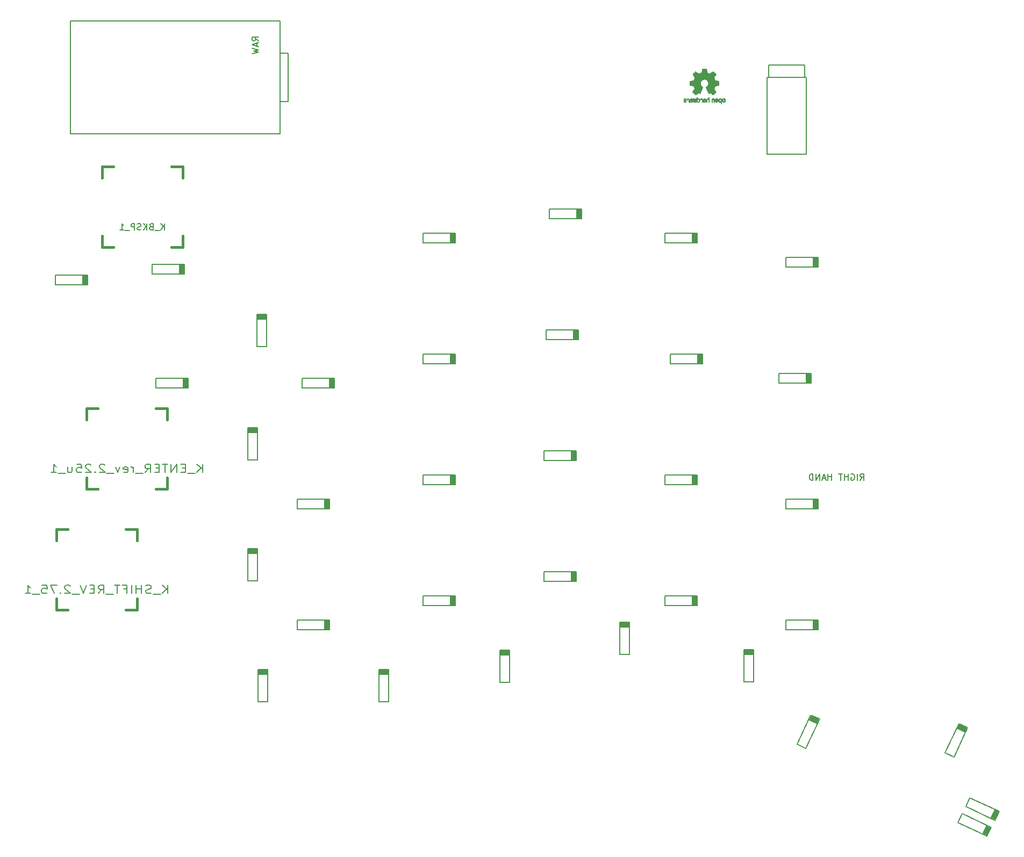
<source format=gbr>
G04 #@! TF.GenerationSoftware,KiCad,Pcbnew,(5.1.5)-3*
G04 #@! TF.CreationDate,2020-01-24T10:20:19+05:30*
G04 #@! TF.ProjectId,ergocape,6572676f-6361-4706-952e-6b696361645f,rev?*
G04 #@! TF.SameCoordinates,Original*
G04 #@! TF.FileFunction,Legend,Bot*
G04 #@! TF.FilePolarity,Positive*
%FSLAX46Y46*%
G04 Gerber Fmt 4.6, Leading zero omitted, Abs format (unit mm)*
G04 Created by KiCad (PCBNEW (5.1.5)-3) date 2020-01-24 10:20:19*
%MOMM*%
%LPD*%
G04 APERTURE LIST*
%ADD10C,0.150000*%
%ADD11C,0.381000*%
%ADD12C,0.010000*%
%ADD13C,0.127000*%
%ADD14C,0.200000*%
%ADD15C,0.203200*%
G04 APERTURE END LIST*
D10*
X168663476Y-96743780D02*
X168996809Y-96267590D01*
X169234904Y-96743780D02*
X169234904Y-95743780D01*
X168853952Y-95743780D01*
X168758714Y-95791400D01*
X168711095Y-95839019D01*
X168663476Y-95934257D01*
X168663476Y-96077114D01*
X168711095Y-96172352D01*
X168758714Y-96219971D01*
X168853952Y-96267590D01*
X169234904Y-96267590D01*
X168234904Y-96743780D02*
X168234904Y-95743780D01*
X167234904Y-95791400D02*
X167330142Y-95743780D01*
X167473000Y-95743780D01*
X167615857Y-95791400D01*
X167711095Y-95886638D01*
X167758714Y-95981876D01*
X167806333Y-96172352D01*
X167806333Y-96315209D01*
X167758714Y-96505685D01*
X167711095Y-96600923D01*
X167615857Y-96696161D01*
X167473000Y-96743780D01*
X167377761Y-96743780D01*
X167234904Y-96696161D01*
X167187285Y-96648542D01*
X167187285Y-96315209D01*
X167377761Y-96315209D01*
X166758714Y-96743780D02*
X166758714Y-95743780D01*
X166758714Y-96219971D02*
X166187285Y-96219971D01*
X166187285Y-96743780D02*
X166187285Y-95743780D01*
X165853952Y-95743780D02*
X165282523Y-95743780D01*
X165568238Y-96743780D02*
X165568238Y-95743780D01*
X164187285Y-96743780D02*
X164187285Y-95743780D01*
X164187285Y-96219971D02*
X163615857Y-96219971D01*
X163615857Y-96743780D02*
X163615857Y-95743780D01*
X163187285Y-96458066D02*
X162711095Y-96458066D01*
X163282523Y-96743780D02*
X162949190Y-95743780D01*
X162615857Y-96743780D01*
X162282523Y-96743780D02*
X162282523Y-95743780D01*
X161711095Y-96743780D01*
X161711095Y-95743780D01*
X161234904Y-96743780D02*
X161234904Y-95743780D01*
X160996809Y-95743780D01*
X160853952Y-95791400D01*
X160758714Y-95886638D01*
X160711095Y-95981876D01*
X160663476Y-96172352D01*
X160663476Y-96315209D01*
X160711095Y-96505685D01*
X160758714Y-96600923D01*
X160853952Y-96696161D01*
X160996809Y-96743780D01*
X161234904Y-96743780D01*
D11*
X61976000Y-49110900D02*
X61976000Y-47332900D01*
X61976000Y-60032900D02*
X61976000Y-58254900D01*
X60198000Y-60032900D02*
X61976000Y-60032900D01*
X49276000Y-60032900D02*
X51054000Y-60032900D01*
X49276000Y-58254900D02*
X49276000Y-60032900D01*
X49276000Y-47332900D02*
X49276000Y-49110900D01*
X51054000Y-47332900D02*
X49276000Y-47332900D01*
X61976000Y-47332900D02*
X60198000Y-47332900D01*
X54768800Y-106261000D02*
X54768800Y-104483000D01*
X54768800Y-117183000D02*
X54768800Y-115405000D01*
X52990800Y-117183000D02*
X54768800Y-117183000D01*
X42068800Y-117183000D02*
X43846800Y-117183000D01*
X42068800Y-115405000D02*
X42068800Y-117183000D01*
X42068800Y-104483000D02*
X42068800Y-106261000D01*
X43846800Y-104483000D02*
X42068800Y-104483000D01*
X54768800Y-104483000D02*
X52990800Y-104483000D01*
D12*
G36*
X144015690Y-31887948D02*
G01*
X143937146Y-31888378D01*
X143880302Y-31889542D01*
X143841495Y-31891807D01*
X143817062Y-31895540D01*
X143803338Y-31901106D01*
X143796660Y-31908873D01*
X143793364Y-31919205D01*
X143793044Y-31920543D01*
X143788038Y-31944679D01*
X143778771Y-31992301D01*
X143766208Y-32058341D01*
X143751313Y-32137728D01*
X143735049Y-32225396D01*
X143734481Y-32228475D01*
X143718190Y-32314389D01*
X143702948Y-32390296D01*
X143689739Y-32451645D01*
X143679546Y-32493882D01*
X143673352Y-32512455D01*
X143673057Y-32512784D01*
X143654812Y-32521853D01*
X143617195Y-32536967D01*
X143568329Y-32554862D01*
X143568057Y-32554958D01*
X143506507Y-32578093D01*
X143433943Y-32607565D01*
X143365543Y-32637197D01*
X143362306Y-32638662D01*
X143250898Y-32689226D01*
X143004201Y-32520760D01*
X142928523Y-32469403D01*
X142859969Y-32423489D01*
X142802512Y-32385630D01*
X142760124Y-32358437D01*
X142736775Y-32344521D01*
X142734558Y-32343489D01*
X142717590Y-32348084D01*
X142685899Y-32370255D01*
X142638248Y-32411047D01*
X142573402Y-32471505D01*
X142507203Y-32535827D01*
X142443386Y-32599212D01*
X142386271Y-32657051D01*
X142339295Y-32705775D01*
X142305897Y-32741810D01*
X142289515Y-32761584D01*
X142288906Y-32762602D01*
X142287095Y-32776172D01*
X142293917Y-32798333D01*
X142311060Y-32832078D01*
X142340207Y-32880400D01*
X142383045Y-32946292D01*
X142440152Y-33031117D01*
X142490834Y-33105777D01*
X142536139Y-33172740D01*
X142573450Y-33228116D01*
X142600148Y-33268020D01*
X142613615Y-33288562D01*
X142614463Y-33289956D01*
X142612819Y-33309638D01*
X142600355Y-33347893D01*
X142579552Y-33397489D01*
X142572138Y-33413328D01*
X142539786Y-33483890D01*
X142505272Y-33563953D01*
X142477235Y-33633229D01*
X142457032Y-33684645D01*
X142440985Y-33723719D01*
X142431712Y-33744141D01*
X142430559Y-33745714D01*
X142413504Y-33748321D01*
X142373302Y-33755463D01*
X142315298Y-33766123D01*
X142244837Y-33779285D01*
X142167265Y-33793933D01*
X142087928Y-33809049D01*
X142012169Y-33823618D01*
X141945336Y-33836622D01*
X141892772Y-33847045D01*
X141859824Y-33853870D01*
X141851743Y-33855799D01*
X141843395Y-33860562D01*
X141837094Y-33871318D01*
X141832555Y-33891698D01*
X141829496Y-33925334D01*
X141827633Y-33975855D01*
X141826682Y-34046892D01*
X141826360Y-34142076D01*
X141826343Y-34181092D01*
X141826343Y-34498399D01*
X141902543Y-34513439D01*
X141944937Y-34521595D01*
X142008200Y-34533499D01*
X142084638Y-34547716D01*
X142166557Y-34562810D01*
X142189200Y-34566955D01*
X142264794Y-34581653D01*
X142330647Y-34596105D01*
X142381234Y-34608975D01*
X142411026Y-34618922D01*
X142415988Y-34621887D01*
X142428174Y-34642883D01*
X142445647Y-34683567D01*
X142465023Y-34735922D01*
X142468866Y-34747200D01*
X142494261Y-34817123D01*
X142525783Y-34896018D01*
X142556631Y-34966866D01*
X142556783Y-34967195D01*
X142608153Y-35078333D01*
X142439201Y-35326853D01*
X142270248Y-35575372D01*
X142487171Y-35792658D01*
X142552781Y-35857326D01*
X142612621Y-35914333D01*
X142663333Y-35960633D01*
X142701554Y-35993184D01*
X142723925Y-36008943D01*
X142727134Y-36009943D01*
X142745974Y-36002069D01*
X142784420Y-35980178D01*
X142838270Y-35946867D01*
X142903324Y-35904731D01*
X142973660Y-35857543D01*
X143045045Y-35809410D01*
X143108692Y-35767528D01*
X143160559Y-35734471D01*
X143196605Y-35712818D01*
X143212733Y-35705143D01*
X143232411Y-35711637D01*
X143269725Y-35728750D01*
X143316979Y-35752926D01*
X143321988Y-35755613D01*
X143385623Y-35787527D01*
X143429259Y-35803179D01*
X143456398Y-35803345D01*
X143470543Y-35788804D01*
X143470625Y-35788600D01*
X143477695Y-35771379D01*
X143494558Y-35730499D01*
X143519905Y-35669125D01*
X143552429Y-35590419D01*
X143590822Y-35497547D01*
X143633778Y-35393672D01*
X143675378Y-35293102D01*
X143721096Y-35182116D01*
X143763074Y-35079303D01*
X143800052Y-34987815D01*
X143830773Y-34910801D01*
X143853978Y-34851415D01*
X143868410Y-34812809D01*
X143872857Y-34798400D01*
X143861704Y-34781872D01*
X143832531Y-34755530D01*
X143793629Y-34726487D01*
X143682843Y-34634639D01*
X143596249Y-34529359D01*
X143534884Y-34412866D01*
X143499785Y-34287376D01*
X143491992Y-34155107D01*
X143497657Y-34094057D01*
X143528522Y-33967395D01*
X143581680Y-33855541D01*
X143653833Y-33759601D01*
X143741683Y-33680676D01*
X143841935Y-33619870D01*
X143951290Y-33578287D01*
X144066453Y-33557028D01*
X144184125Y-33557199D01*
X144301010Y-33579901D01*
X144413811Y-33626238D01*
X144519231Y-33697313D01*
X144563232Y-33737511D01*
X144647621Y-33840729D01*
X144706378Y-33953525D01*
X144739896Y-34072610D01*
X144748565Y-34194695D01*
X144732777Y-34316493D01*
X144692922Y-34434716D01*
X144629393Y-34546075D01*
X144542579Y-34647284D01*
X144445571Y-34726487D01*
X144405163Y-34756762D01*
X144376618Y-34782819D01*
X144366343Y-34798425D01*
X144371723Y-34815443D01*
X144387025Y-34856100D01*
X144410988Y-34917242D01*
X144442356Y-34995719D01*
X144479868Y-35088380D01*
X144522267Y-35192072D01*
X144563937Y-35293126D01*
X144609910Y-35404207D01*
X144652493Y-35507141D01*
X144690379Y-35598765D01*
X144722260Y-35675916D01*
X144746829Y-35735431D01*
X144762780Y-35774144D01*
X144768690Y-35788600D01*
X144782652Y-35803285D01*
X144809660Y-35803242D01*
X144853187Y-35787699D01*
X144916710Y-35755884D01*
X144917212Y-35755613D01*
X144965040Y-35730923D01*
X145003703Y-35712938D01*
X145025505Y-35705214D01*
X145026467Y-35705143D01*
X145042879Y-35712978D01*
X145079113Y-35734765D01*
X145131126Y-35767928D01*
X145194875Y-35809891D01*
X145265540Y-35857543D01*
X145337484Y-35905791D01*
X145402326Y-35947751D01*
X145455865Y-35980827D01*
X145493903Y-36002421D01*
X145512067Y-36009943D01*
X145528792Y-36000057D01*
X145562420Y-35972426D01*
X145609590Y-35930095D01*
X145666942Y-35876105D01*
X145731116Y-35813499D01*
X145752103Y-35792583D01*
X145969101Y-35575223D01*
X145803932Y-35332820D01*
X145753736Y-35258381D01*
X145709681Y-35191572D01*
X145674238Y-35136265D01*
X145649881Y-35096329D01*
X145639078Y-35075636D01*
X145638762Y-35074163D01*
X145644457Y-35054658D01*
X145659774Y-35015422D01*
X145682063Y-34963030D01*
X145697707Y-34927955D01*
X145726959Y-34860801D01*
X145754506Y-34792958D01*
X145775863Y-34735634D01*
X145781665Y-34718172D01*
X145798148Y-34671538D01*
X145814260Y-34635505D01*
X145823110Y-34621887D01*
X145842640Y-34613552D01*
X145885266Y-34601737D01*
X145945455Y-34587781D01*
X146017678Y-34573022D01*
X146050000Y-34566955D01*
X146132078Y-34551873D01*
X146210805Y-34537269D01*
X146278491Y-34524580D01*
X146327440Y-34515242D01*
X146336657Y-34513439D01*
X146412857Y-34498399D01*
X146412857Y-34181092D01*
X146412686Y-34076754D01*
X146411984Y-33997813D01*
X146410466Y-33940638D01*
X146407851Y-33901599D01*
X146403854Y-33877065D01*
X146398191Y-33863405D01*
X146390580Y-33856989D01*
X146387457Y-33855799D01*
X146368622Y-33851580D01*
X146327012Y-33843162D01*
X146267970Y-33831561D01*
X146196843Y-33817795D01*
X146118975Y-33802880D01*
X146039713Y-33787832D01*
X145964402Y-33773669D01*
X145898387Y-33761406D01*
X145847013Y-33752061D01*
X145815625Y-33746650D01*
X145808641Y-33745714D01*
X145802315Y-33733196D01*
X145788310Y-33699846D01*
X145769245Y-33651977D01*
X145761966Y-33633229D01*
X145732604Y-33560795D01*
X145698029Y-33480770D01*
X145667063Y-33413328D01*
X145644277Y-33361759D01*
X145629118Y-33319385D01*
X145624058Y-33293434D01*
X145624864Y-33289956D01*
X145635559Y-33273536D01*
X145659980Y-33237017D01*
X145695505Y-33184287D01*
X145739513Y-33119235D01*
X145789383Y-33045751D01*
X145799244Y-33031245D01*
X145857108Y-32945304D01*
X145899644Y-32879861D01*
X145928546Y-32831904D01*
X145945510Y-32798420D01*
X145952233Y-32776395D01*
X145950410Y-32762817D01*
X145950364Y-32762731D01*
X145936014Y-32744897D01*
X145904277Y-32710417D01*
X145858590Y-32662868D01*
X145802396Y-32605822D01*
X145739132Y-32542855D01*
X145731998Y-32535827D01*
X145652270Y-32458620D01*
X145590743Y-32401930D01*
X145546179Y-32364710D01*
X145517343Y-32345915D01*
X145504642Y-32343489D01*
X145486106Y-32354071D01*
X145447639Y-32378516D01*
X145393214Y-32414212D01*
X145326802Y-32458547D01*
X145252375Y-32508911D01*
X145234999Y-32520760D01*
X144988303Y-32689226D01*
X144876894Y-32638662D01*
X144809143Y-32609195D01*
X144736417Y-32579559D01*
X144673897Y-32555930D01*
X144671143Y-32554958D01*
X144622240Y-32537057D01*
X144584543Y-32521920D01*
X144566175Y-32512810D01*
X144566144Y-32512784D01*
X144560315Y-32496317D01*
X144550408Y-32455819D01*
X144537405Y-32395842D01*
X144522291Y-32320940D01*
X144506048Y-32235664D01*
X144504719Y-32228475D01*
X144488425Y-32140614D01*
X144473467Y-32060860D01*
X144460809Y-31994281D01*
X144451414Y-31945947D01*
X144446246Y-31920925D01*
X144446156Y-31920543D01*
X144443011Y-31909899D01*
X144436896Y-31901862D01*
X144424147Y-31896067D01*
X144401100Y-31892147D01*
X144364091Y-31889735D01*
X144309456Y-31888465D01*
X144233533Y-31887971D01*
X144132656Y-31887886D01*
X144119600Y-31887886D01*
X144015690Y-31887948D01*
G37*
X144015690Y-31887948D02*
X143937146Y-31888378D01*
X143880302Y-31889542D01*
X143841495Y-31891807D01*
X143817062Y-31895540D01*
X143803338Y-31901106D01*
X143796660Y-31908873D01*
X143793364Y-31919205D01*
X143793044Y-31920543D01*
X143788038Y-31944679D01*
X143778771Y-31992301D01*
X143766208Y-32058341D01*
X143751313Y-32137728D01*
X143735049Y-32225396D01*
X143734481Y-32228475D01*
X143718190Y-32314389D01*
X143702948Y-32390296D01*
X143689739Y-32451645D01*
X143679546Y-32493882D01*
X143673352Y-32512455D01*
X143673057Y-32512784D01*
X143654812Y-32521853D01*
X143617195Y-32536967D01*
X143568329Y-32554862D01*
X143568057Y-32554958D01*
X143506507Y-32578093D01*
X143433943Y-32607565D01*
X143365543Y-32637197D01*
X143362306Y-32638662D01*
X143250898Y-32689226D01*
X143004201Y-32520760D01*
X142928523Y-32469403D01*
X142859969Y-32423489D01*
X142802512Y-32385630D01*
X142760124Y-32358437D01*
X142736775Y-32344521D01*
X142734558Y-32343489D01*
X142717590Y-32348084D01*
X142685899Y-32370255D01*
X142638248Y-32411047D01*
X142573402Y-32471505D01*
X142507203Y-32535827D01*
X142443386Y-32599212D01*
X142386271Y-32657051D01*
X142339295Y-32705775D01*
X142305897Y-32741810D01*
X142289515Y-32761584D01*
X142288906Y-32762602D01*
X142287095Y-32776172D01*
X142293917Y-32798333D01*
X142311060Y-32832078D01*
X142340207Y-32880400D01*
X142383045Y-32946292D01*
X142440152Y-33031117D01*
X142490834Y-33105777D01*
X142536139Y-33172740D01*
X142573450Y-33228116D01*
X142600148Y-33268020D01*
X142613615Y-33288562D01*
X142614463Y-33289956D01*
X142612819Y-33309638D01*
X142600355Y-33347893D01*
X142579552Y-33397489D01*
X142572138Y-33413328D01*
X142539786Y-33483890D01*
X142505272Y-33563953D01*
X142477235Y-33633229D01*
X142457032Y-33684645D01*
X142440985Y-33723719D01*
X142431712Y-33744141D01*
X142430559Y-33745714D01*
X142413504Y-33748321D01*
X142373302Y-33755463D01*
X142315298Y-33766123D01*
X142244837Y-33779285D01*
X142167265Y-33793933D01*
X142087928Y-33809049D01*
X142012169Y-33823618D01*
X141945336Y-33836622D01*
X141892772Y-33847045D01*
X141859824Y-33853870D01*
X141851743Y-33855799D01*
X141843395Y-33860562D01*
X141837094Y-33871318D01*
X141832555Y-33891698D01*
X141829496Y-33925334D01*
X141827633Y-33975855D01*
X141826682Y-34046892D01*
X141826360Y-34142076D01*
X141826343Y-34181092D01*
X141826343Y-34498399D01*
X141902543Y-34513439D01*
X141944937Y-34521595D01*
X142008200Y-34533499D01*
X142084638Y-34547716D01*
X142166557Y-34562810D01*
X142189200Y-34566955D01*
X142264794Y-34581653D01*
X142330647Y-34596105D01*
X142381234Y-34608975D01*
X142411026Y-34618922D01*
X142415988Y-34621887D01*
X142428174Y-34642883D01*
X142445647Y-34683567D01*
X142465023Y-34735922D01*
X142468866Y-34747200D01*
X142494261Y-34817123D01*
X142525783Y-34896018D01*
X142556631Y-34966866D01*
X142556783Y-34967195D01*
X142608153Y-35078333D01*
X142439201Y-35326853D01*
X142270248Y-35575372D01*
X142487171Y-35792658D01*
X142552781Y-35857326D01*
X142612621Y-35914333D01*
X142663333Y-35960633D01*
X142701554Y-35993184D01*
X142723925Y-36008943D01*
X142727134Y-36009943D01*
X142745974Y-36002069D01*
X142784420Y-35980178D01*
X142838270Y-35946867D01*
X142903324Y-35904731D01*
X142973660Y-35857543D01*
X143045045Y-35809410D01*
X143108692Y-35767528D01*
X143160559Y-35734471D01*
X143196605Y-35712818D01*
X143212733Y-35705143D01*
X143232411Y-35711637D01*
X143269725Y-35728750D01*
X143316979Y-35752926D01*
X143321988Y-35755613D01*
X143385623Y-35787527D01*
X143429259Y-35803179D01*
X143456398Y-35803345D01*
X143470543Y-35788804D01*
X143470625Y-35788600D01*
X143477695Y-35771379D01*
X143494558Y-35730499D01*
X143519905Y-35669125D01*
X143552429Y-35590419D01*
X143590822Y-35497547D01*
X143633778Y-35393672D01*
X143675378Y-35293102D01*
X143721096Y-35182116D01*
X143763074Y-35079303D01*
X143800052Y-34987815D01*
X143830773Y-34910801D01*
X143853978Y-34851415D01*
X143868410Y-34812809D01*
X143872857Y-34798400D01*
X143861704Y-34781872D01*
X143832531Y-34755530D01*
X143793629Y-34726487D01*
X143682843Y-34634639D01*
X143596249Y-34529359D01*
X143534884Y-34412866D01*
X143499785Y-34287376D01*
X143491992Y-34155107D01*
X143497657Y-34094057D01*
X143528522Y-33967395D01*
X143581680Y-33855541D01*
X143653833Y-33759601D01*
X143741683Y-33680676D01*
X143841935Y-33619870D01*
X143951290Y-33578287D01*
X144066453Y-33557028D01*
X144184125Y-33557199D01*
X144301010Y-33579901D01*
X144413811Y-33626238D01*
X144519231Y-33697313D01*
X144563232Y-33737511D01*
X144647621Y-33840729D01*
X144706378Y-33953525D01*
X144739896Y-34072610D01*
X144748565Y-34194695D01*
X144732777Y-34316493D01*
X144692922Y-34434716D01*
X144629393Y-34546075D01*
X144542579Y-34647284D01*
X144445571Y-34726487D01*
X144405163Y-34756762D01*
X144376618Y-34782819D01*
X144366343Y-34798425D01*
X144371723Y-34815443D01*
X144387025Y-34856100D01*
X144410988Y-34917242D01*
X144442356Y-34995719D01*
X144479868Y-35088380D01*
X144522267Y-35192072D01*
X144563937Y-35293126D01*
X144609910Y-35404207D01*
X144652493Y-35507141D01*
X144690379Y-35598765D01*
X144722260Y-35675916D01*
X144746829Y-35735431D01*
X144762780Y-35774144D01*
X144768690Y-35788600D01*
X144782652Y-35803285D01*
X144809660Y-35803242D01*
X144853187Y-35787699D01*
X144916710Y-35755884D01*
X144917212Y-35755613D01*
X144965040Y-35730923D01*
X145003703Y-35712938D01*
X145025505Y-35705214D01*
X145026467Y-35705143D01*
X145042879Y-35712978D01*
X145079113Y-35734765D01*
X145131126Y-35767928D01*
X145194875Y-35809891D01*
X145265540Y-35857543D01*
X145337484Y-35905791D01*
X145402326Y-35947751D01*
X145455865Y-35980827D01*
X145493903Y-36002421D01*
X145512067Y-36009943D01*
X145528792Y-36000057D01*
X145562420Y-35972426D01*
X145609590Y-35930095D01*
X145666942Y-35876105D01*
X145731116Y-35813499D01*
X145752103Y-35792583D01*
X145969101Y-35575223D01*
X145803932Y-35332820D01*
X145753736Y-35258381D01*
X145709681Y-35191572D01*
X145674238Y-35136265D01*
X145649881Y-35096329D01*
X145639078Y-35075636D01*
X145638762Y-35074163D01*
X145644457Y-35054658D01*
X145659774Y-35015422D01*
X145682063Y-34963030D01*
X145697707Y-34927955D01*
X145726959Y-34860801D01*
X145754506Y-34792958D01*
X145775863Y-34735634D01*
X145781665Y-34718172D01*
X145798148Y-34671538D01*
X145814260Y-34635505D01*
X145823110Y-34621887D01*
X145842640Y-34613552D01*
X145885266Y-34601737D01*
X145945455Y-34587781D01*
X146017678Y-34573022D01*
X146050000Y-34566955D01*
X146132078Y-34551873D01*
X146210805Y-34537269D01*
X146278491Y-34524580D01*
X146327440Y-34515242D01*
X146336657Y-34513439D01*
X146412857Y-34498399D01*
X146412857Y-34181092D01*
X146412686Y-34076754D01*
X146411984Y-33997813D01*
X146410466Y-33940638D01*
X146407851Y-33901599D01*
X146403854Y-33877065D01*
X146398191Y-33863405D01*
X146390580Y-33856989D01*
X146387457Y-33855799D01*
X146368622Y-33851580D01*
X146327012Y-33843162D01*
X146267970Y-33831561D01*
X146196843Y-33817795D01*
X146118975Y-33802880D01*
X146039713Y-33787832D01*
X145964402Y-33773669D01*
X145898387Y-33761406D01*
X145847013Y-33752061D01*
X145815625Y-33746650D01*
X145808641Y-33745714D01*
X145802315Y-33733196D01*
X145788310Y-33699846D01*
X145769245Y-33651977D01*
X145761966Y-33633229D01*
X145732604Y-33560795D01*
X145698029Y-33480770D01*
X145667063Y-33413328D01*
X145644277Y-33361759D01*
X145629118Y-33319385D01*
X145624058Y-33293434D01*
X145624864Y-33289956D01*
X145635559Y-33273536D01*
X145659980Y-33237017D01*
X145695505Y-33184287D01*
X145739513Y-33119235D01*
X145789383Y-33045751D01*
X145799244Y-33031245D01*
X145857108Y-32945304D01*
X145899644Y-32879861D01*
X145928546Y-32831904D01*
X145945510Y-32798420D01*
X145952233Y-32776395D01*
X145950410Y-32762817D01*
X145950364Y-32762731D01*
X145936014Y-32744897D01*
X145904277Y-32710417D01*
X145858590Y-32662868D01*
X145802396Y-32605822D01*
X145739132Y-32542855D01*
X145731998Y-32535827D01*
X145652270Y-32458620D01*
X145590743Y-32401930D01*
X145546179Y-32364710D01*
X145517343Y-32345915D01*
X145504642Y-32343489D01*
X145486106Y-32354071D01*
X145447639Y-32378516D01*
X145393214Y-32414212D01*
X145326802Y-32458547D01*
X145252375Y-32508911D01*
X145234999Y-32520760D01*
X144988303Y-32689226D01*
X144876894Y-32638662D01*
X144809143Y-32609195D01*
X144736417Y-32579559D01*
X144673897Y-32555930D01*
X144671143Y-32554958D01*
X144622240Y-32537057D01*
X144584543Y-32521920D01*
X144566175Y-32512810D01*
X144566144Y-32512784D01*
X144560315Y-32496317D01*
X144550408Y-32455819D01*
X144537405Y-32395842D01*
X144522291Y-32320940D01*
X144506048Y-32235664D01*
X144504719Y-32228475D01*
X144488425Y-32140614D01*
X144473467Y-32060860D01*
X144460809Y-31994281D01*
X144451414Y-31945947D01*
X144446246Y-31920925D01*
X144446156Y-31920543D01*
X144443011Y-31909899D01*
X144436896Y-31901862D01*
X144424147Y-31896067D01*
X144401100Y-31892147D01*
X144364091Y-31889735D01*
X144309456Y-31888465D01*
X144233533Y-31887971D01*
X144132656Y-31887886D01*
X144119600Y-31887886D01*
X144015690Y-31887948D01*
G36*
X140966005Y-36612566D02*
G01*
X140908579Y-36650097D01*
X140880881Y-36683696D01*
X140858938Y-36744664D01*
X140857195Y-36792908D01*
X140861143Y-36857416D01*
X141009914Y-36922534D01*
X141082251Y-36955802D01*
X141129516Y-36982564D01*
X141154093Y-37005744D01*
X141158363Y-37028267D01*
X141144711Y-37053055D01*
X141129657Y-37069486D01*
X141085854Y-37095835D01*
X141038211Y-37097681D01*
X140994455Y-37077146D01*
X140962311Y-37036352D01*
X140956562Y-37021947D01*
X140929024Y-36976956D01*
X140897342Y-36957782D01*
X140853886Y-36941379D01*
X140853886Y-37003566D01*
X140857728Y-37045883D01*
X140872777Y-37081569D01*
X140904320Y-37122543D01*
X140909008Y-37127867D01*
X140944094Y-37164320D01*
X140974253Y-37183883D01*
X141011985Y-37192883D01*
X141043265Y-37195830D01*
X141099215Y-37196565D01*
X141139045Y-37187260D01*
X141163892Y-37173446D01*
X141202944Y-37143067D01*
X141229975Y-37110213D01*
X141247083Y-37068894D01*
X141256362Y-37013121D01*
X141259907Y-36936905D01*
X141260190Y-36898222D01*
X141259228Y-36851847D01*
X141171593Y-36851847D01*
X141170577Y-36876726D01*
X141168044Y-36880800D01*
X141151326Y-36875265D01*
X141115351Y-36860617D01*
X141067269Y-36839790D01*
X141057214Y-36835314D01*
X140996448Y-36804414D01*
X140962968Y-36777257D01*
X140955610Y-36751820D01*
X140973209Y-36726081D01*
X140987744Y-36714709D01*
X141040190Y-36691964D01*
X141089278Y-36695722D01*
X141130373Y-36723484D01*
X141158842Y-36772752D01*
X141167969Y-36811857D01*
X141171593Y-36851847D01*
X141259228Y-36851847D01*
X141258315Y-36807849D01*
X141251404Y-36740984D01*
X141237716Y-36692295D01*
X141215504Y-36656449D01*
X141183026Y-36628113D01*
X141168867Y-36618955D01*
X141104547Y-36595107D01*
X141034127Y-36593606D01*
X140966005Y-36612566D01*
G37*
X140966005Y-36612566D02*
X140908579Y-36650097D01*
X140880881Y-36683696D01*
X140858938Y-36744664D01*
X140857195Y-36792908D01*
X140861143Y-36857416D01*
X141009914Y-36922534D01*
X141082251Y-36955802D01*
X141129516Y-36982564D01*
X141154093Y-37005744D01*
X141158363Y-37028267D01*
X141144711Y-37053055D01*
X141129657Y-37069486D01*
X141085854Y-37095835D01*
X141038211Y-37097681D01*
X140994455Y-37077146D01*
X140962311Y-37036352D01*
X140956562Y-37021947D01*
X140929024Y-36976956D01*
X140897342Y-36957782D01*
X140853886Y-36941379D01*
X140853886Y-37003566D01*
X140857728Y-37045883D01*
X140872777Y-37081569D01*
X140904320Y-37122543D01*
X140909008Y-37127867D01*
X140944094Y-37164320D01*
X140974253Y-37183883D01*
X141011985Y-37192883D01*
X141043265Y-37195830D01*
X141099215Y-37196565D01*
X141139045Y-37187260D01*
X141163892Y-37173446D01*
X141202944Y-37143067D01*
X141229975Y-37110213D01*
X141247083Y-37068894D01*
X141256362Y-37013121D01*
X141259907Y-36936905D01*
X141260190Y-36898222D01*
X141259228Y-36851847D01*
X141171593Y-36851847D01*
X141170577Y-36876726D01*
X141168044Y-36880800D01*
X141151326Y-36875265D01*
X141115351Y-36860617D01*
X141067269Y-36839790D01*
X141057214Y-36835314D01*
X140996448Y-36804414D01*
X140962968Y-36777257D01*
X140955610Y-36751820D01*
X140973209Y-36726081D01*
X140987744Y-36714709D01*
X141040190Y-36691964D01*
X141089278Y-36695722D01*
X141130373Y-36723484D01*
X141158842Y-36772752D01*
X141167969Y-36811857D01*
X141171593Y-36851847D01*
X141259228Y-36851847D01*
X141258315Y-36807849D01*
X141251404Y-36740984D01*
X141237716Y-36692295D01*
X141215504Y-36656449D01*
X141183026Y-36628113D01*
X141168867Y-36618955D01*
X141104547Y-36595107D01*
X141034127Y-36593606D01*
X140966005Y-36612566D01*
G36*
X141467000Y-36604352D02*
G01*
X141449652Y-36611934D01*
X141408244Y-36644728D01*
X141372835Y-36692147D01*
X141350936Y-36742751D01*
X141347371Y-36767698D01*
X141359321Y-36802527D01*
X141385533Y-36820957D01*
X141413636Y-36832116D01*
X141426505Y-36834172D01*
X141432771Y-36819249D01*
X141445144Y-36786775D01*
X141450572Y-36772102D01*
X141481010Y-36721344D01*
X141525080Y-36696027D01*
X141581590Y-36696806D01*
X141585775Y-36697803D01*
X141615945Y-36712107D01*
X141638124Y-36739993D01*
X141653273Y-36784887D01*
X141662350Y-36850215D01*
X141666314Y-36939404D01*
X141666686Y-36986861D01*
X141666870Y-37061671D01*
X141668078Y-37112669D01*
X141671291Y-37145071D01*
X141677491Y-37164095D01*
X141687660Y-37174956D01*
X141702781Y-37182872D01*
X141703654Y-37183270D01*
X141732772Y-37195581D01*
X141747197Y-37200114D01*
X141749414Y-37186409D01*
X141751311Y-37148525D01*
X141752753Y-37091315D01*
X141753602Y-37019627D01*
X141753771Y-36967165D01*
X141752908Y-36865647D01*
X141749530Y-36788632D01*
X141742458Y-36731623D01*
X141730512Y-36690126D01*
X141712510Y-36659643D01*
X141687273Y-36635680D01*
X141662353Y-36618955D01*
X141602429Y-36596697D01*
X141532689Y-36591676D01*
X141467000Y-36604352D01*
G37*
X141467000Y-36604352D02*
X141449652Y-36611934D01*
X141408244Y-36644728D01*
X141372835Y-36692147D01*
X141350936Y-36742751D01*
X141347371Y-36767698D01*
X141359321Y-36802527D01*
X141385533Y-36820957D01*
X141413636Y-36832116D01*
X141426505Y-36834172D01*
X141432771Y-36819249D01*
X141445144Y-36786775D01*
X141450572Y-36772102D01*
X141481010Y-36721344D01*
X141525080Y-36696027D01*
X141581590Y-36696806D01*
X141585775Y-36697803D01*
X141615945Y-36712107D01*
X141638124Y-36739993D01*
X141653273Y-36784887D01*
X141662350Y-36850215D01*
X141666314Y-36939404D01*
X141666686Y-36986861D01*
X141666870Y-37061671D01*
X141668078Y-37112669D01*
X141671291Y-37145071D01*
X141677491Y-37164095D01*
X141687660Y-37174956D01*
X141702781Y-37182872D01*
X141703654Y-37183270D01*
X141732772Y-37195581D01*
X141747197Y-37200114D01*
X141749414Y-37186409D01*
X141751311Y-37148525D01*
X141752753Y-37091315D01*
X141753602Y-37019627D01*
X141753771Y-36967165D01*
X141752908Y-36865647D01*
X141749530Y-36788632D01*
X141742458Y-36731623D01*
X141730512Y-36690126D01*
X141712510Y-36659643D01*
X141687273Y-36635680D01*
X141662353Y-36618955D01*
X141602429Y-36596697D01*
X141532689Y-36591676D01*
X141467000Y-36604352D01*
G36*
X141974724Y-36601935D02*
G01*
X141932933Y-36620944D01*
X141900131Y-36643978D01*
X141876097Y-36669733D01*
X141859503Y-36702958D01*
X141849023Y-36748400D01*
X141843329Y-36810807D01*
X141841093Y-36894927D01*
X141840857Y-36950321D01*
X141840857Y-37166426D01*
X141877826Y-37183270D01*
X141906944Y-37195581D01*
X141921369Y-37200114D01*
X141924128Y-37186625D01*
X141926318Y-37150253D01*
X141927658Y-37097142D01*
X141927943Y-37054972D01*
X141929166Y-36994047D01*
X141932464Y-36945715D01*
X141937279Y-36916118D01*
X141941104Y-36909829D01*
X141966817Y-36916252D01*
X142007182Y-36932725D01*
X142053921Y-36955058D01*
X142098755Y-36979057D01*
X142133407Y-37000530D01*
X142149598Y-37015285D01*
X142149662Y-37015445D01*
X142148270Y-37042752D01*
X142135782Y-37068819D01*
X142113857Y-37089992D01*
X142081857Y-37097074D01*
X142054508Y-37096249D01*
X142015774Y-37095642D01*
X141995442Y-37104716D01*
X141983231Y-37128692D01*
X141981691Y-37133213D01*
X141976397Y-37167406D01*
X141990553Y-37188168D01*
X142027452Y-37198062D01*
X142067311Y-37199892D01*
X142139038Y-37186327D01*
X142176168Y-37166955D01*
X142222024Y-37121445D01*
X142246344Y-37065583D01*
X142248527Y-37006557D01*
X142227971Y-36951553D01*
X142197051Y-36917086D01*
X142166180Y-36897789D01*
X142117658Y-36873359D01*
X142061115Y-36848585D01*
X142051690Y-36844799D01*
X141989581Y-36817391D01*
X141953778Y-36793234D01*
X141942263Y-36769219D01*
X141953020Y-36742235D01*
X141971486Y-36721143D01*
X142015131Y-36695172D01*
X142063154Y-36693224D01*
X142107194Y-36713237D01*
X142138891Y-36753151D01*
X142143051Y-36763448D01*
X142167273Y-36801324D01*
X142202635Y-36829442D01*
X142247257Y-36852517D01*
X142247257Y-36787085D01*
X142244631Y-36747106D01*
X142233370Y-36715597D01*
X142208401Y-36681978D01*
X142184431Y-36656084D01*
X142147159Y-36619417D01*
X142118199Y-36599721D01*
X142087095Y-36591820D01*
X142051887Y-36590514D01*
X141974724Y-36601935D01*
G37*
X141974724Y-36601935D02*
X141932933Y-36620944D01*
X141900131Y-36643978D01*
X141876097Y-36669733D01*
X141859503Y-36702958D01*
X141849023Y-36748400D01*
X141843329Y-36810807D01*
X141841093Y-36894927D01*
X141840857Y-36950321D01*
X141840857Y-37166426D01*
X141877826Y-37183270D01*
X141906944Y-37195581D01*
X141921369Y-37200114D01*
X141924128Y-37186625D01*
X141926318Y-37150253D01*
X141927658Y-37097142D01*
X141927943Y-37054972D01*
X141929166Y-36994047D01*
X141932464Y-36945715D01*
X141937279Y-36916118D01*
X141941104Y-36909829D01*
X141966817Y-36916252D01*
X142007182Y-36932725D01*
X142053921Y-36955058D01*
X142098755Y-36979057D01*
X142133407Y-37000530D01*
X142149598Y-37015285D01*
X142149662Y-37015445D01*
X142148270Y-37042752D01*
X142135782Y-37068819D01*
X142113857Y-37089992D01*
X142081857Y-37097074D01*
X142054508Y-37096249D01*
X142015774Y-37095642D01*
X141995442Y-37104716D01*
X141983231Y-37128692D01*
X141981691Y-37133213D01*
X141976397Y-37167406D01*
X141990553Y-37188168D01*
X142027452Y-37198062D01*
X142067311Y-37199892D01*
X142139038Y-37186327D01*
X142176168Y-37166955D01*
X142222024Y-37121445D01*
X142246344Y-37065583D01*
X142248527Y-37006557D01*
X142227971Y-36951553D01*
X142197051Y-36917086D01*
X142166180Y-36897789D01*
X142117658Y-36873359D01*
X142061115Y-36848585D01*
X142051690Y-36844799D01*
X141989581Y-36817391D01*
X141953778Y-36793234D01*
X141942263Y-36769219D01*
X141953020Y-36742235D01*
X141971486Y-36721143D01*
X142015131Y-36695172D01*
X142063154Y-36693224D01*
X142107194Y-36713237D01*
X142138891Y-36753151D01*
X142143051Y-36763448D01*
X142167273Y-36801324D01*
X142202635Y-36829442D01*
X142247257Y-36852517D01*
X142247257Y-36787085D01*
X142244631Y-36747106D01*
X142233370Y-36715597D01*
X142208401Y-36681978D01*
X142184431Y-36656084D01*
X142147159Y-36619417D01*
X142118199Y-36599721D01*
X142087095Y-36591820D01*
X142051887Y-36590514D01*
X141974724Y-36601935D01*
G36*
X142339767Y-36604263D02*
G01*
X142337552Y-36642450D01*
X142335816Y-36700486D01*
X142334701Y-36773780D01*
X142334343Y-36850655D01*
X142334343Y-37110796D01*
X142380274Y-37156727D01*
X142411925Y-37185029D01*
X142439710Y-37196493D01*
X142477685Y-37195768D01*
X142492760Y-37193921D01*
X142539874Y-37188548D01*
X142578844Y-37185469D01*
X142588343Y-37185185D01*
X142620367Y-37187045D01*
X142666168Y-37191714D01*
X142683926Y-37193921D01*
X142727543Y-37197335D01*
X142756855Y-37189920D01*
X142785920Y-37167027D01*
X142796412Y-37156727D01*
X142842343Y-37110796D01*
X142842343Y-36624202D01*
X142805374Y-36607358D01*
X142773541Y-36594882D01*
X142754917Y-36590514D01*
X142750142Y-36604318D01*
X142745679Y-36642886D01*
X142741825Y-36701956D01*
X142738878Y-36777263D01*
X142737457Y-36840886D01*
X142733486Y-37091257D01*
X142698841Y-37096156D01*
X142667332Y-37092731D01*
X142651892Y-37081641D01*
X142647577Y-37060908D01*
X142643892Y-37016745D01*
X142641131Y-36954746D01*
X142639588Y-36880509D01*
X142639365Y-36842306D01*
X142639143Y-36622383D01*
X142593434Y-36606449D01*
X142561082Y-36595615D01*
X142543485Y-36590562D01*
X142542977Y-36590514D01*
X142541212Y-36604248D01*
X142539271Y-36642330D01*
X142537318Y-36700082D01*
X142535516Y-36772827D01*
X142534257Y-36840886D01*
X142530286Y-37091257D01*
X142443200Y-37091257D01*
X142439204Y-36862840D01*
X142435208Y-36634422D01*
X142392753Y-36612468D01*
X142361408Y-36597393D01*
X142342856Y-36590551D01*
X142342321Y-36590514D01*
X142339767Y-36604263D01*
G37*
X142339767Y-36604263D02*
X142337552Y-36642450D01*
X142335816Y-36700486D01*
X142334701Y-36773780D01*
X142334343Y-36850655D01*
X142334343Y-37110796D01*
X142380274Y-37156727D01*
X142411925Y-37185029D01*
X142439710Y-37196493D01*
X142477685Y-37195768D01*
X142492760Y-37193921D01*
X142539874Y-37188548D01*
X142578844Y-37185469D01*
X142588343Y-37185185D01*
X142620367Y-37187045D01*
X142666168Y-37191714D01*
X142683926Y-37193921D01*
X142727543Y-37197335D01*
X142756855Y-37189920D01*
X142785920Y-37167027D01*
X142796412Y-37156727D01*
X142842343Y-37110796D01*
X142842343Y-36624202D01*
X142805374Y-36607358D01*
X142773541Y-36594882D01*
X142754917Y-36590514D01*
X142750142Y-36604318D01*
X142745679Y-36642886D01*
X142741825Y-36701956D01*
X142738878Y-36777263D01*
X142737457Y-36840886D01*
X142733486Y-37091257D01*
X142698841Y-37096156D01*
X142667332Y-37092731D01*
X142651892Y-37081641D01*
X142647577Y-37060908D01*
X142643892Y-37016745D01*
X142641131Y-36954746D01*
X142639588Y-36880509D01*
X142639365Y-36842306D01*
X142639143Y-36622383D01*
X142593434Y-36606449D01*
X142561082Y-36595615D01*
X142543485Y-36590562D01*
X142542977Y-36590514D01*
X142541212Y-36604248D01*
X142539271Y-36642330D01*
X142537318Y-36700082D01*
X142535516Y-36772827D01*
X142534257Y-36840886D01*
X142530286Y-37091257D01*
X142443200Y-37091257D01*
X142439204Y-36862840D01*
X142435208Y-36634422D01*
X142392753Y-36612468D01*
X142361408Y-36597393D01*
X142342856Y-36590551D01*
X142342321Y-36590514D01*
X142339767Y-36604263D01*
G36*
X142929483Y-36710958D02*
G01*
X142929667Y-36819437D01*
X142930381Y-36902887D01*
X142931925Y-36965304D01*
X142934599Y-37010685D01*
X142938706Y-37043029D01*
X142944545Y-37066333D01*
X142952418Y-37084595D01*
X142958379Y-37095018D01*
X143007745Y-37151545D01*
X143070336Y-37186977D01*
X143139587Y-37199690D01*
X143208932Y-37188063D01*
X143250225Y-37167168D01*
X143293575Y-37131022D01*
X143323119Y-37086876D01*
X143340945Y-37029062D01*
X143349137Y-36951913D01*
X143350298Y-36895314D01*
X143350142Y-36891247D01*
X143248743Y-36891247D01*
X143248124Y-36956150D01*
X143245286Y-36999114D01*
X143238760Y-37027222D01*
X143227077Y-37047553D01*
X143213117Y-37062888D01*
X143166235Y-37092490D01*
X143115899Y-37095019D01*
X143068324Y-37070305D01*
X143064621Y-37066956D01*
X143048817Y-37049535D01*
X143038907Y-37028809D01*
X143033542Y-36997962D01*
X143031372Y-36950177D01*
X143031029Y-36897348D01*
X143031773Y-36830981D01*
X143034852Y-36786706D01*
X143041539Y-36757609D01*
X143053104Y-36736773D01*
X143062587Y-36725707D01*
X143106640Y-36697798D01*
X143157376Y-36694443D01*
X143205804Y-36715759D01*
X143215150Y-36723673D01*
X143231060Y-36741247D01*
X143240990Y-36762187D01*
X143246322Y-36793382D01*
X143248437Y-36841722D01*
X143248743Y-36891247D01*
X143350142Y-36891247D01*
X143346790Y-36804168D01*
X143334874Y-36735686D01*
X143312465Y-36684200D01*
X143277476Y-36644043D01*
X143250225Y-36623461D01*
X143200693Y-36601225D01*
X143143284Y-36590904D01*
X143089918Y-36593667D01*
X143060057Y-36604812D01*
X143048339Y-36607983D01*
X143040563Y-36596157D01*
X143035135Y-36564466D01*
X143031029Y-36516193D01*
X143026533Y-36462429D01*
X143020287Y-36430082D01*
X143008924Y-36411585D01*
X142989072Y-36399370D01*
X142976600Y-36393962D01*
X142929429Y-36374201D01*
X142929483Y-36710958D01*
G37*
X142929483Y-36710958D02*
X142929667Y-36819437D01*
X142930381Y-36902887D01*
X142931925Y-36965304D01*
X142934599Y-37010685D01*
X142938706Y-37043029D01*
X142944545Y-37066333D01*
X142952418Y-37084595D01*
X142958379Y-37095018D01*
X143007745Y-37151545D01*
X143070336Y-37186977D01*
X143139587Y-37199690D01*
X143208932Y-37188063D01*
X143250225Y-37167168D01*
X143293575Y-37131022D01*
X143323119Y-37086876D01*
X143340945Y-37029062D01*
X143349137Y-36951913D01*
X143350298Y-36895314D01*
X143350142Y-36891247D01*
X143248743Y-36891247D01*
X143248124Y-36956150D01*
X143245286Y-36999114D01*
X143238760Y-37027222D01*
X143227077Y-37047553D01*
X143213117Y-37062888D01*
X143166235Y-37092490D01*
X143115899Y-37095019D01*
X143068324Y-37070305D01*
X143064621Y-37066956D01*
X143048817Y-37049535D01*
X143038907Y-37028809D01*
X143033542Y-36997962D01*
X143031372Y-36950177D01*
X143031029Y-36897348D01*
X143031773Y-36830981D01*
X143034852Y-36786706D01*
X143041539Y-36757609D01*
X143053104Y-36736773D01*
X143062587Y-36725707D01*
X143106640Y-36697798D01*
X143157376Y-36694443D01*
X143205804Y-36715759D01*
X143215150Y-36723673D01*
X143231060Y-36741247D01*
X143240990Y-36762187D01*
X143246322Y-36793382D01*
X143248437Y-36841722D01*
X143248743Y-36891247D01*
X143350142Y-36891247D01*
X143346790Y-36804168D01*
X143334874Y-36735686D01*
X143312465Y-36684200D01*
X143277476Y-36644043D01*
X143250225Y-36623461D01*
X143200693Y-36601225D01*
X143143284Y-36590904D01*
X143089918Y-36593667D01*
X143060057Y-36604812D01*
X143048339Y-36607983D01*
X143040563Y-36596157D01*
X143035135Y-36564466D01*
X143031029Y-36516193D01*
X143026533Y-36462429D01*
X143020287Y-36430082D01*
X143008924Y-36411585D01*
X142989072Y-36399370D01*
X142976600Y-36393962D01*
X142929429Y-36374201D01*
X142929483Y-36710958D01*
G36*
X143589674Y-36595355D02*
G01*
X143523742Y-36619684D01*
X143470327Y-36662717D01*
X143449436Y-36693009D01*
X143426661Y-36748594D01*
X143427134Y-36788786D01*
X143451038Y-36815817D01*
X143459883Y-36820413D01*
X143498070Y-36834744D01*
X143517572Y-36831072D01*
X143524178Y-36807007D01*
X143524514Y-36793714D01*
X143536608Y-36744810D01*
X143568129Y-36710599D01*
X143611941Y-36694076D01*
X143660905Y-36698234D01*
X143700706Y-36719827D01*
X143714150Y-36732144D01*
X143723679Y-36747087D01*
X143730115Y-36769675D01*
X143734283Y-36804928D01*
X143737003Y-36857866D01*
X143739098Y-36933507D01*
X143739640Y-36957457D01*
X143741619Y-37039390D01*
X143743869Y-37097055D01*
X143747243Y-37135208D01*
X143752594Y-37158604D01*
X143760776Y-37171998D01*
X143772641Y-37180145D01*
X143780238Y-37183744D01*
X143812498Y-37196052D01*
X143831489Y-37200114D01*
X143837764Y-37186548D01*
X143841594Y-37145534D01*
X143843000Y-37076599D01*
X143842002Y-36979269D01*
X143841692Y-36964257D01*
X143839499Y-36875459D01*
X143836907Y-36810619D01*
X143833218Y-36764667D01*
X143827736Y-36732535D01*
X143819765Y-36709153D01*
X143808607Y-36689452D01*
X143802770Y-36681010D01*
X143769304Y-36643657D01*
X143731873Y-36614603D01*
X143727291Y-36612067D01*
X143660174Y-36592043D01*
X143589674Y-36595355D01*
G37*
X143589674Y-36595355D02*
X143523742Y-36619684D01*
X143470327Y-36662717D01*
X143449436Y-36693009D01*
X143426661Y-36748594D01*
X143427134Y-36788786D01*
X143451038Y-36815817D01*
X143459883Y-36820413D01*
X143498070Y-36834744D01*
X143517572Y-36831072D01*
X143524178Y-36807007D01*
X143524514Y-36793714D01*
X143536608Y-36744810D01*
X143568129Y-36710599D01*
X143611941Y-36694076D01*
X143660905Y-36698234D01*
X143700706Y-36719827D01*
X143714150Y-36732144D01*
X143723679Y-36747087D01*
X143730115Y-36769675D01*
X143734283Y-36804928D01*
X143737003Y-36857866D01*
X143739098Y-36933507D01*
X143739640Y-36957457D01*
X143741619Y-37039390D01*
X143743869Y-37097055D01*
X143747243Y-37135208D01*
X143752594Y-37158604D01*
X143760776Y-37171998D01*
X143772641Y-37180145D01*
X143780238Y-37183744D01*
X143812498Y-37196052D01*
X143831489Y-37200114D01*
X143837764Y-37186548D01*
X143841594Y-37145534D01*
X143843000Y-37076599D01*
X143842002Y-36979269D01*
X143841692Y-36964257D01*
X143839499Y-36875459D01*
X143836907Y-36810619D01*
X143833218Y-36764667D01*
X143827736Y-36732535D01*
X143819765Y-36709153D01*
X143808607Y-36689452D01*
X143802770Y-36681010D01*
X143769304Y-36643657D01*
X143731873Y-36614603D01*
X143727291Y-36612067D01*
X143660174Y-36592043D01*
X143589674Y-36595355D01*
G36*
X144079856Y-36596568D02*
G01*
X144022984Y-36617687D01*
X144022333Y-36618093D01*
X143987160Y-36643980D01*
X143961193Y-36674233D01*
X143942930Y-36713658D01*
X143930868Y-36767062D01*
X143923504Y-36839251D01*
X143919336Y-36935032D01*
X143918971Y-36948678D01*
X143913724Y-37154442D01*
X143957884Y-37177278D01*
X143989837Y-37192710D01*
X144009130Y-37200023D01*
X144010022Y-37200114D01*
X144013361Y-37186622D01*
X144016013Y-37150226D01*
X144017644Y-37097052D01*
X144018000Y-37053993D01*
X144018008Y-36984241D01*
X144021197Y-36940437D01*
X144032312Y-36919544D01*
X144056099Y-36918525D01*
X144097304Y-36934341D01*
X144159514Y-36963415D01*
X144205259Y-36987563D01*
X144228787Y-37008513D01*
X144235704Y-37031347D01*
X144235714Y-37032477D01*
X144224301Y-37071812D01*
X144190508Y-37093062D01*
X144138791Y-37096139D01*
X144101539Y-37095606D01*
X144081897Y-37106335D01*
X144069648Y-37132105D01*
X144062598Y-37164937D01*
X144072758Y-37183566D01*
X144076583Y-37186232D01*
X144112599Y-37196940D01*
X144163034Y-37198456D01*
X144214974Y-37191359D01*
X144251778Y-37178388D01*
X144302662Y-37135185D01*
X144331586Y-37075046D01*
X144337314Y-37028062D01*
X144332943Y-36985682D01*
X144317125Y-36951088D01*
X144285803Y-36920363D01*
X144234922Y-36889590D01*
X144160424Y-36854852D01*
X144155886Y-36852888D01*
X144088779Y-36821887D01*
X144047368Y-36796462D01*
X144029619Y-36773614D01*
X144033493Y-36750345D01*
X144056957Y-36723656D01*
X144063973Y-36717514D01*
X144110970Y-36693700D01*
X144159667Y-36694703D01*
X144202078Y-36718051D01*
X144230216Y-36761275D01*
X144232831Y-36769760D01*
X144258292Y-36810908D01*
X144290599Y-36830728D01*
X144337314Y-36850370D01*
X144337314Y-36799550D01*
X144323104Y-36725682D01*
X144280925Y-36657927D01*
X144258976Y-36635261D01*
X144209083Y-36606169D01*
X144145633Y-36593000D01*
X144079856Y-36596568D01*
G37*
X144079856Y-36596568D02*
X144022984Y-36617687D01*
X144022333Y-36618093D01*
X143987160Y-36643980D01*
X143961193Y-36674233D01*
X143942930Y-36713658D01*
X143930868Y-36767062D01*
X143923504Y-36839251D01*
X143919336Y-36935032D01*
X143918971Y-36948678D01*
X143913724Y-37154442D01*
X143957884Y-37177278D01*
X143989837Y-37192710D01*
X144009130Y-37200023D01*
X144010022Y-37200114D01*
X144013361Y-37186622D01*
X144016013Y-37150226D01*
X144017644Y-37097052D01*
X144018000Y-37053993D01*
X144018008Y-36984241D01*
X144021197Y-36940437D01*
X144032312Y-36919544D01*
X144056099Y-36918525D01*
X144097304Y-36934341D01*
X144159514Y-36963415D01*
X144205259Y-36987563D01*
X144228787Y-37008513D01*
X144235704Y-37031347D01*
X144235714Y-37032477D01*
X144224301Y-37071812D01*
X144190508Y-37093062D01*
X144138791Y-37096139D01*
X144101539Y-37095606D01*
X144081897Y-37106335D01*
X144069648Y-37132105D01*
X144062598Y-37164937D01*
X144072758Y-37183566D01*
X144076583Y-37186232D01*
X144112599Y-37196940D01*
X144163034Y-37198456D01*
X144214974Y-37191359D01*
X144251778Y-37178388D01*
X144302662Y-37135185D01*
X144331586Y-37075046D01*
X144337314Y-37028062D01*
X144332943Y-36985682D01*
X144317125Y-36951088D01*
X144285803Y-36920363D01*
X144234922Y-36889590D01*
X144160424Y-36854852D01*
X144155886Y-36852888D01*
X144088779Y-36821887D01*
X144047368Y-36796462D01*
X144029619Y-36773614D01*
X144033493Y-36750345D01*
X144056957Y-36723656D01*
X144063973Y-36717514D01*
X144110970Y-36693700D01*
X144159667Y-36694703D01*
X144202078Y-36718051D01*
X144230216Y-36761275D01*
X144232831Y-36769760D01*
X144258292Y-36810908D01*
X144290599Y-36830728D01*
X144337314Y-36850370D01*
X144337314Y-36799550D01*
X144323104Y-36725682D01*
X144280925Y-36657927D01*
X144258976Y-36635261D01*
X144209083Y-36606169D01*
X144145633Y-36593000D01*
X144079856Y-36596568D01*
G36*
X144743714Y-36496889D02*
G01*
X144739461Y-36556213D01*
X144734575Y-36591172D01*
X144727805Y-36606420D01*
X144717898Y-36606615D01*
X144714686Y-36604795D01*
X144671956Y-36591615D01*
X144616373Y-36592385D01*
X144559863Y-36605933D01*
X144524518Y-36623461D01*
X144488279Y-36651461D01*
X144461787Y-36683149D01*
X144443601Y-36723413D01*
X144432278Y-36777143D01*
X144426378Y-36849226D01*
X144424457Y-36944551D01*
X144424423Y-36962837D01*
X144424400Y-37168246D01*
X144470109Y-37184180D01*
X144502573Y-37195020D01*
X144520385Y-37200068D01*
X144520909Y-37200114D01*
X144522663Y-37186428D01*
X144524156Y-37148676D01*
X144525274Y-37091824D01*
X144525903Y-37020834D01*
X144526000Y-36977673D01*
X144526202Y-36892573D01*
X144527242Y-36831581D01*
X144529769Y-36789777D01*
X144534436Y-36762242D01*
X144541893Y-36744056D01*
X144552789Y-36730298D01*
X144559593Y-36723673D01*
X144606328Y-36696975D01*
X144657328Y-36694975D01*
X144703599Y-36717555D01*
X144712156Y-36725707D01*
X144724707Y-36741036D01*
X144733412Y-36759218D01*
X144738969Y-36785509D01*
X144742074Y-36825162D01*
X144743424Y-36883432D01*
X144743714Y-36963773D01*
X144743714Y-37168246D01*
X144789423Y-37184180D01*
X144821887Y-37195020D01*
X144839699Y-37200068D01*
X144840223Y-37200114D01*
X144841563Y-37186223D01*
X144842772Y-37147039D01*
X144843799Y-37086300D01*
X144844598Y-37007741D01*
X144845119Y-36915098D01*
X144845314Y-36812109D01*
X144845314Y-36414942D01*
X144798143Y-36395044D01*
X144750971Y-36375147D01*
X144743714Y-36496889D01*
G37*
X144743714Y-36496889D02*
X144739461Y-36556213D01*
X144734575Y-36591172D01*
X144727805Y-36606420D01*
X144717898Y-36606615D01*
X144714686Y-36604795D01*
X144671956Y-36591615D01*
X144616373Y-36592385D01*
X144559863Y-36605933D01*
X144524518Y-36623461D01*
X144488279Y-36651461D01*
X144461787Y-36683149D01*
X144443601Y-36723413D01*
X144432278Y-36777143D01*
X144426378Y-36849226D01*
X144424457Y-36944551D01*
X144424423Y-36962837D01*
X144424400Y-37168246D01*
X144470109Y-37184180D01*
X144502573Y-37195020D01*
X144520385Y-37200068D01*
X144520909Y-37200114D01*
X144522663Y-37186428D01*
X144524156Y-37148676D01*
X144525274Y-37091824D01*
X144525903Y-37020834D01*
X144526000Y-36977673D01*
X144526202Y-36892573D01*
X144527242Y-36831581D01*
X144529769Y-36789777D01*
X144534436Y-36762242D01*
X144541893Y-36744056D01*
X144552789Y-36730298D01*
X144559593Y-36723673D01*
X144606328Y-36696975D01*
X144657328Y-36694975D01*
X144703599Y-36717555D01*
X144712156Y-36725707D01*
X144724707Y-36741036D01*
X144733412Y-36759218D01*
X144738969Y-36785509D01*
X144742074Y-36825162D01*
X144743424Y-36883432D01*
X144743714Y-36963773D01*
X144743714Y-37168246D01*
X144789423Y-37184180D01*
X144821887Y-37195020D01*
X144839699Y-37200068D01*
X144840223Y-37200114D01*
X144841563Y-37186223D01*
X144842772Y-37147039D01*
X144843799Y-37086300D01*
X144844598Y-37007741D01*
X144845119Y-36915098D01*
X144845314Y-36812109D01*
X144845314Y-36414942D01*
X144798143Y-36395044D01*
X144750971Y-36375147D01*
X144743714Y-36496889D01*
G36*
X145951297Y-36576839D02*
G01*
X145894073Y-36615335D01*
X145849851Y-36670935D01*
X145823433Y-36741686D01*
X145818090Y-36793762D01*
X145818697Y-36815493D01*
X145823778Y-36832131D01*
X145837745Y-36847037D01*
X145865011Y-36863573D01*
X145909988Y-36885098D01*
X145977089Y-36914974D01*
X145977429Y-36915124D01*
X146039193Y-36943413D01*
X146089841Y-36968533D01*
X146124196Y-36987779D01*
X146137082Y-36998448D01*
X146137086Y-36998534D01*
X146125728Y-37021766D01*
X146099169Y-37047374D01*
X146068677Y-37065821D01*
X146053230Y-37069486D01*
X146011085Y-37056812D01*
X145974792Y-37025071D01*
X145957083Y-36990172D01*
X145940048Y-36964445D01*
X145906678Y-36935146D01*
X145867451Y-36909835D01*
X145832844Y-36896071D01*
X145825607Y-36895314D01*
X145817461Y-36907760D01*
X145816970Y-36939572D01*
X145822957Y-36982466D01*
X145834243Y-37028158D01*
X145849650Y-37068361D01*
X145850429Y-37069922D01*
X145896796Y-37134662D01*
X145956889Y-37178697D01*
X146025135Y-37200311D01*
X146095962Y-37197785D01*
X146163796Y-37169404D01*
X146166812Y-37167408D01*
X146220173Y-37119048D01*
X146255260Y-37055952D01*
X146274678Y-36972987D01*
X146277284Y-36949678D01*
X146281899Y-36839655D01*
X146276367Y-36788348D01*
X146137086Y-36788348D01*
X146135276Y-36820353D01*
X146125378Y-36829693D01*
X146100702Y-36822705D01*
X146061805Y-36806187D01*
X146018325Y-36785481D01*
X146017244Y-36784933D01*
X145980391Y-36765549D01*
X145965600Y-36752613D01*
X145969247Y-36739051D01*
X145984605Y-36721232D01*
X146023677Y-36695445D01*
X146065754Y-36693550D01*
X146103497Y-36712317D01*
X146129566Y-36748515D01*
X146137086Y-36788348D01*
X146276367Y-36788348D01*
X146272406Y-36751627D01*
X146248050Y-36681812D01*
X146214144Y-36632902D01*
X146152947Y-36583478D01*
X146085537Y-36558959D01*
X146016720Y-36557397D01*
X145951297Y-36576839D01*
G37*
X145951297Y-36576839D02*
X145894073Y-36615335D01*
X145849851Y-36670935D01*
X145823433Y-36741686D01*
X145818090Y-36793762D01*
X145818697Y-36815493D01*
X145823778Y-36832131D01*
X145837745Y-36847037D01*
X145865011Y-36863573D01*
X145909988Y-36885098D01*
X145977089Y-36914974D01*
X145977429Y-36915124D01*
X146039193Y-36943413D01*
X146089841Y-36968533D01*
X146124196Y-36987779D01*
X146137082Y-36998448D01*
X146137086Y-36998534D01*
X146125728Y-37021766D01*
X146099169Y-37047374D01*
X146068677Y-37065821D01*
X146053230Y-37069486D01*
X146011085Y-37056812D01*
X145974792Y-37025071D01*
X145957083Y-36990172D01*
X145940048Y-36964445D01*
X145906678Y-36935146D01*
X145867451Y-36909835D01*
X145832844Y-36896071D01*
X145825607Y-36895314D01*
X145817461Y-36907760D01*
X145816970Y-36939572D01*
X145822957Y-36982466D01*
X145834243Y-37028158D01*
X145849650Y-37068361D01*
X145850429Y-37069922D01*
X145896796Y-37134662D01*
X145956889Y-37178697D01*
X146025135Y-37200311D01*
X146095962Y-37197785D01*
X146163796Y-37169404D01*
X146166812Y-37167408D01*
X146220173Y-37119048D01*
X146255260Y-37055952D01*
X146274678Y-36972987D01*
X146277284Y-36949678D01*
X146281899Y-36839655D01*
X146276367Y-36788348D01*
X146137086Y-36788348D01*
X146135276Y-36820353D01*
X146125378Y-36829693D01*
X146100702Y-36822705D01*
X146061805Y-36806187D01*
X146018325Y-36785481D01*
X146017244Y-36784933D01*
X145980391Y-36765549D01*
X145965600Y-36752613D01*
X145969247Y-36739051D01*
X145984605Y-36721232D01*
X146023677Y-36695445D01*
X146065754Y-36693550D01*
X146103497Y-36712317D01*
X146129566Y-36748515D01*
X146137086Y-36788348D01*
X146276367Y-36788348D01*
X146272406Y-36751627D01*
X146248050Y-36681812D01*
X146214144Y-36632902D01*
X146152947Y-36583478D01*
X146085537Y-36558959D01*
X146016720Y-36557397D01*
X145951297Y-36576839D01*
G36*
X147078485Y-36567562D02*
G01*
X147010455Y-36603333D01*
X146960249Y-36660901D01*
X146942415Y-36697912D01*
X146928537Y-36753482D01*
X146921433Y-36823696D01*
X146920760Y-36900327D01*
X146926173Y-36975152D01*
X146937330Y-37039942D01*
X146953886Y-37086473D01*
X146958974Y-37094487D01*
X147019245Y-37154307D01*
X147090831Y-37190135D01*
X147168508Y-37200620D01*
X147247052Y-37184410D01*
X147268911Y-37174692D01*
X147311478Y-37144743D01*
X147348837Y-37105033D01*
X147352368Y-37099997D01*
X147366719Y-37075724D01*
X147376206Y-37049778D01*
X147381810Y-37015622D01*
X147384514Y-36966719D01*
X147385301Y-36896535D01*
X147385314Y-36880800D01*
X147385278Y-36875792D01*
X147240171Y-36875792D01*
X147239327Y-36942030D01*
X147236004Y-36985986D01*
X147229017Y-37014379D01*
X147217184Y-37033925D01*
X147211143Y-37040457D01*
X147176414Y-37065280D01*
X147142697Y-37064148D01*
X147108605Y-37042616D01*
X147088271Y-37019629D01*
X147076229Y-36986078D01*
X147069466Y-36933169D01*
X147069002Y-36926999D01*
X147067848Y-36831113D01*
X147079912Y-36759899D01*
X147105030Y-36713794D01*
X147143040Y-36693235D01*
X147156608Y-36692114D01*
X147192236Y-36697752D01*
X147216606Y-36717286D01*
X147231507Y-36754642D01*
X147238725Y-36813750D01*
X147240171Y-36875792D01*
X147385278Y-36875792D01*
X147384774Y-36806013D01*
X147382504Y-36753759D01*
X147377532Y-36717549D01*
X147368887Y-36690899D01*
X147355595Y-36667322D01*
X147352657Y-36662938D01*
X147303287Y-36603849D01*
X147249491Y-36569547D01*
X147183998Y-36555931D01*
X147161758Y-36555265D01*
X147078485Y-36567562D01*
G37*
X147078485Y-36567562D02*
X147010455Y-36603333D01*
X146960249Y-36660901D01*
X146942415Y-36697912D01*
X146928537Y-36753482D01*
X146921433Y-36823696D01*
X146920760Y-36900327D01*
X146926173Y-36975152D01*
X146937330Y-37039942D01*
X146953886Y-37086473D01*
X146958974Y-37094487D01*
X147019245Y-37154307D01*
X147090831Y-37190135D01*
X147168508Y-37200620D01*
X147247052Y-37184410D01*
X147268911Y-37174692D01*
X147311478Y-37144743D01*
X147348837Y-37105033D01*
X147352368Y-37099997D01*
X147366719Y-37075724D01*
X147376206Y-37049778D01*
X147381810Y-37015622D01*
X147384514Y-36966719D01*
X147385301Y-36896535D01*
X147385314Y-36880800D01*
X147385278Y-36875792D01*
X147240171Y-36875792D01*
X147239327Y-36942030D01*
X147236004Y-36985986D01*
X147229017Y-37014379D01*
X147217184Y-37033925D01*
X147211143Y-37040457D01*
X147176414Y-37065280D01*
X147142697Y-37064148D01*
X147108605Y-37042616D01*
X147088271Y-37019629D01*
X147076229Y-36986078D01*
X147069466Y-36933169D01*
X147069002Y-36926999D01*
X147067848Y-36831113D01*
X147079912Y-36759899D01*
X147105030Y-36713794D01*
X147143040Y-36693235D01*
X147156608Y-36692114D01*
X147192236Y-36697752D01*
X147216606Y-36717286D01*
X147231507Y-36754642D01*
X147238725Y-36813750D01*
X147240171Y-36875792D01*
X147385278Y-36875792D01*
X147384774Y-36806013D01*
X147382504Y-36753759D01*
X147377532Y-36717549D01*
X147368887Y-36690899D01*
X147355595Y-36667322D01*
X147352657Y-36662938D01*
X147303287Y-36603849D01*
X147249491Y-36569547D01*
X147183998Y-36555931D01*
X147161758Y-36555265D01*
X147078485Y-36567562D01*
G36*
X145403507Y-36573380D02*
G01*
X145356928Y-36600323D01*
X145324543Y-36627066D01*
X145300858Y-36655084D01*
X145284541Y-36689348D01*
X145274261Y-36734827D01*
X145268686Y-36796492D01*
X145266484Y-36879311D01*
X145266229Y-36938846D01*
X145266229Y-37157991D01*
X145327914Y-37185644D01*
X145389600Y-37213297D01*
X145396857Y-36973270D01*
X145399856Y-36883628D01*
X145403002Y-36818562D01*
X145406899Y-36773626D01*
X145412153Y-36744370D01*
X145419369Y-36726348D01*
X145429150Y-36715111D01*
X145432288Y-36712679D01*
X145479839Y-36693683D01*
X145527903Y-36701200D01*
X145556514Y-36721143D01*
X145568153Y-36735275D01*
X145576209Y-36753820D01*
X145581329Y-36781934D01*
X145584159Y-36824773D01*
X145585344Y-36887495D01*
X145585543Y-36952861D01*
X145585582Y-37034868D01*
X145586986Y-37092916D01*
X145591686Y-37132065D01*
X145601613Y-37157380D01*
X145618697Y-37173923D01*
X145644868Y-37186756D01*
X145679825Y-37200091D01*
X145718004Y-37214607D01*
X145713459Y-36956989D01*
X145711629Y-36864119D01*
X145709488Y-36795489D01*
X145706419Y-36746311D01*
X145701806Y-36711798D01*
X145695032Y-36687162D01*
X145685481Y-36667616D01*
X145673966Y-36650370D01*
X145618410Y-36595280D01*
X145550620Y-36563422D01*
X145476887Y-36555791D01*
X145403507Y-36573380D01*
G37*
X145403507Y-36573380D02*
X145356928Y-36600323D01*
X145324543Y-36627066D01*
X145300858Y-36655084D01*
X145284541Y-36689348D01*
X145274261Y-36734827D01*
X145268686Y-36796492D01*
X145266484Y-36879311D01*
X145266229Y-36938846D01*
X145266229Y-37157991D01*
X145327914Y-37185644D01*
X145389600Y-37213297D01*
X145396857Y-36973270D01*
X145399856Y-36883628D01*
X145403002Y-36818562D01*
X145406899Y-36773626D01*
X145412153Y-36744370D01*
X145419369Y-36726348D01*
X145429150Y-36715111D01*
X145432288Y-36712679D01*
X145479839Y-36693683D01*
X145527903Y-36701200D01*
X145556514Y-36721143D01*
X145568153Y-36735275D01*
X145576209Y-36753820D01*
X145581329Y-36781934D01*
X145584159Y-36824773D01*
X145585344Y-36887495D01*
X145585543Y-36952861D01*
X145585582Y-37034868D01*
X145586986Y-37092916D01*
X145591686Y-37132065D01*
X145601613Y-37157380D01*
X145618697Y-37173923D01*
X145644868Y-37186756D01*
X145679825Y-37200091D01*
X145718004Y-37214607D01*
X145713459Y-36956989D01*
X145711629Y-36864119D01*
X145709488Y-36795489D01*
X145706419Y-36746311D01*
X145701806Y-36711798D01*
X145695032Y-36687162D01*
X145685481Y-36667616D01*
X145673966Y-36650370D01*
X145618410Y-36595280D01*
X145550620Y-36563422D01*
X145476887Y-36555791D01*
X145403507Y-36573380D01*
G36*
X146519856Y-36565518D02*
G01*
X146464399Y-36593168D01*
X146415452Y-36644080D01*
X146401971Y-36662938D01*
X146387286Y-36687615D01*
X146377758Y-36714416D01*
X146372307Y-36750187D01*
X146369853Y-36801769D01*
X146369314Y-36869867D01*
X146371748Y-36963188D01*
X146380206Y-37033257D01*
X146396426Y-37085531D01*
X146422146Y-37125469D01*
X146459103Y-37158529D01*
X146461818Y-37160486D01*
X146498240Y-37180508D01*
X146542098Y-37190415D01*
X146597876Y-37192857D01*
X146688552Y-37192857D01*
X146688590Y-37280883D01*
X146689434Y-37329908D01*
X146694576Y-37358665D01*
X146708013Y-37375911D01*
X146733742Y-37390408D01*
X146739921Y-37393369D01*
X146768836Y-37407248D01*
X146791224Y-37416014D01*
X146807871Y-37416771D01*
X146819564Y-37406623D01*
X146827090Y-37382673D01*
X146831234Y-37342026D01*
X146832785Y-37281786D01*
X146832529Y-37199055D01*
X146831251Y-37090939D01*
X146830852Y-37058600D01*
X146829415Y-36947124D01*
X146828128Y-36874203D01*
X146688629Y-36874203D01*
X146687845Y-36936099D01*
X146684360Y-36976597D01*
X146676476Y-37003308D01*
X146662495Y-37023844D01*
X146653003Y-37033860D01*
X146614196Y-37063167D01*
X146579837Y-37065552D01*
X146544384Y-37041350D01*
X146543486Y-37040457D01*
X146529061Y-37021753D01*
X146520287Y-36996332D01*
X146515861Y-36957184D01*
X146514482Y-36897297D01*
X146514457Y-36884030D01*
X146517788Y-36801501D01*
X146528631Y-36744291D01*
X146548260Y-36709366D01*
X146577950Y-36693694D01*
X146595109Y-36692114D01*
X146635834Y-36699526D01*
X146663768Y-36723930D01*
X146680583Y-36768580D01*
X146687950Y-36836730D01*
X146688629Y-36874203D01*
X146828128Y-36874203D01*
X146827892Y-36860845D01*
X146825923Y-36795933D01*
X146823150Y-36748558D01*
X146819212Y-36714890D01*
X146813751Y-36691098D01*
X146806408Y-36673353D01*
X146796823Y-36657824D01*
X146792713Y-36651981D01*
X146738195Y-36596785D01*
X146669264Y-36565490D01*
X146589528Y-36556765D01*
X146519856Y-36565518D01*
G37*
X146519856Y-36565518D02*
X146464399Y-36593168D01*
X146415452Y-36644080D01*
X146401971Y-36662938D01*
X146387286Y-36687615D01*
X146377758Y-36714416D01*
X146372307Y-36750187D01*
X146369853Y-36801769D01*
X146369314Y-36869867D01*
X146371748Y-36963188D01*
X146380206Y-37033257D01*
X146396426Y-37085531D01*
X146422146Y-37125469D01*
X146459103Y-37158529D01*
X146461818Y-37160486D01*
X146498240Y-37180508D01*
X146542098Y-37190415D01*
X146597876Y-37192857D01*
X146688552Y-37192857D01*
X146688590Y-37280883D01*
X146689434Y-37329908D01*
X146694576Y-37358665D01*
X146708013Y-37375911D01*
X146733742Y-37390408D01*
X146739921Y-37393369D01*
X146768836Y-37407248D01*
X146791224Y-37416014D01*
X146807871Y-37416771D01*
X146819564Y-37406623D01*
X146827090Y-37382673D01*
X146831234Y-37342026D01*
X146832785Y-37281786D01*
X146832529Y-37199055D01*
X146831251Y-37090939D01*
X146830852Y-37058600D01*
X146829415Y-36947124D01*
X146828128Y-36874203D01*
X146688629Y-36874203D01*
X146687845Y-36936099D01*
X146684360Y-36976597D01*
X146676476Y-37003308D01*
X146662495Y-37023844D01*
X146653003Y-37033860D01*
X146614196Y-37063167D01*
X146579837Y-37065552D01*
X146544384Y-37041350D01*
X146543486Y-37040457D01*
X146529061Y-37021753D01*
X146520287Y-36996332D01*
X146515861Y-36957184D01*
X146514482Y-36897297D01*
X146514457Y-36884030D01*
X146517788Y-36801501D01*
X146528631Y-36744291D01*
X146548260Y-36709366D01*
X146577950Y-36693694D01*
X146595109Y-36692114D01*
X146635834Y-36699526D01*
X146663768Y-36723930D01*
X146680583Y-36768580D01*
X146687950Y-36836730D01*
X146688629Y-36874203D01*
X146828128Y-36874203D01*
X146827892Y-36860845D01*
X146825923Y-36795933D01*
X146823150Y-36748558D01*
X146819212Y-36714890D01*
X146813751Y-36691098D01*
X146806408Y-36673353D01*
X146796823Y-36657824D01*
X146792713Y-36651981D01*
X146738195Y-36596785D01*
X146669264Y-36565490D01*
X146589528Y-36556765D01*
X146519856Y-36565518D01*
D10*
X124651000Y-55556200D02*
X124651000Y-54032200D01*
X124270000Y-54032200D02*
X124270000Y-55556200D01*
X124143000Y-55556200D02*
X124143000Y-54032200D01*
X124016000Y-55556200D02*
X124016000Y-54032200D01*
X124524000Y-54032200D02*
X124524000Y-55556200D01*
X124778000Y-54032200D02*
X119698000Y-54032200D01*
X119698000Y-54032200D02*
X119698000Y-55556200D01*
X124778000Y-55556200D02*
X124778000Y-54032200D01*
X119698000Y-55556200D02*
X124778000Y-55556200D01*
X124397000Y-55556200D02*
X124397000Y-54032200D01*
D13*
X78536800Y-29464000D02*
X77266800Y-29464000D01*
X78536800Y-37084000D02*
X78536800Y-29464000D01*
X77266800Y-37084000D02*
X78536800Y-37084000D01*
X77266800Y-24384000D02*
X77266800Y-42164000D01*
X44246800Y-24384000D02*
X77266800Y-24384000D01*
X44246800Y-42164000D02*
X44246800Y-24384000D01*
X77266800Y-42164000D02*
X44246800Y-42164000D01*
D10*
X75184000Y-70764400D02*
X73660000Y-70764400D01*
X73660000Y-71145400D02*
X75184000Y-71145400D01*
X75184000Y-71272400D02*
X73660000Y-71272400D01*
X75184000Y-71399400D02*
X73660000Y-71399400D01*
X73660000Y-70891400D02*
X75184000Y-70891400D01*
X73660000Y-70637400D02*
X73660000Y-75717400D01*
X73660000Y-75717400D02*
X75184000Y-75717400D01*
X75184000Y-70637400D02*
X73660000Y-70637400D01*
X75184000Y-75717400D02*
X75184000Y-70637400D01*
X75184000Y-71018400D02*
X73660000Y-71018400D01*
X104807000Y-59366200D02*
X104807000Y-57842200D01*
X104426000Y-57842200D02*
X104426000Y-59366200D01*
X104299000Y-59366200D02*
X104299000Y-57842200D01*
X104172000Y-59366200D02*
X104172000Y-57842200D01*
X104680000Y-57842200D02*
X104680000Y-59366200D01*
X104934000Y-57842200D02*
X99854000Y-57842200D01*
X99854000Y-57842200D02*
X99854000Y-59366200D01*
X104934000Y-59366200D02*
X104934000Y-57842200D01*
X99854000Y-59366200D02*
X104934000Y-59366200D01*
X104553000Y-59366200D02*
X104553000Y-57842200D01*
X142907000Y-59366200D02*
X142907000Y-57842200D01*
X142526000Y-57842200D02*
X142526000Y-59366200D01*
X142399000Y-59366200D02*
X142399000Y-57842200D01*
X142272000Y-59366200D02*
X142272000Y-57842200D01*
X142780000Y-57842200D02*
X142780000Y-59366200D01*
X143034000Y-57842200D02*
X137954000Y-57842200D01*
X137954000Y-57842200D02*
X137954000Y-59366200D01*
X143034000Y-59366200D02*
X143034000Y-57842200D01*
X137954000Y-59366200D02*
X143034000Y-59366200D01*
X142653000Y-59366200D02*
X142653000Y-57842200D01*
X161957000Y-63176200D02*
X161957000Y-61652200D01*
X161576000Y-61652200D02*
X161576000Y-63176200D01*
X161449000Y-63176200D02*
X161449000Y-61652200D01*
X161322000Y-63176200D02*
X161322000Y-61652200D01*
X161830000Y-61652200D02*
X161830000Y-63176200D01*
X162084000Y-61652200D02*
X157004000Y-61652200D01*
X157004000Y-61652200D02*
X157004000Y-63176200D01*
X162084000Y-63176200D02*
X162084000Y-61652200D01*
X157004000Y-63176200D02*
X162084000Y-63176200D01*
X161703000Y-63176200D02*
X161703000Y-61652200D01*
X94424500Y-126676000D02*
X92900500Y-126676000D01*
X92900500Y-127057000D02*
X94424500Y-127057000D01*
X94424500Y-127184000D02*
X92900500Y-127184000D01*
X94424500Y-127311000D02*
X92900500Y-127311000D01*
X92900500Y-126803000D02*
X94424500Y-126803000D01*
X92900500Y-126549000D02*
X92900500Y-131629000D01*
X92900500Y-131629000D02*
X94424500Y-131629000D01*
X94424500Y-126549000D02*
X92900500Y-126549000D01*
X94424500Y-131629000D02*
X94424500Y-126549000D01*
X94424500Y-126930000D02*
X92900500Y-126930000D01*
X151892000Y-123596000D02*
X150368000Y-123596000D01*
X150368000Y-123977000D02*
X151892000Y-123977000D01*
X151892000Y-124104000D02*
X150368000Y-124104000D01*
X151892000Y-124231000D02*
X150368000Y-124231000D01*
X150368000Y-123723000D02*
X151892000Y-123723000D01*
X150368000Y-123469000D02*
X150368000Y-128549000D01*
X150368000Y-128549000D02*
X151892000Y-128549000D01*
X151892000Y-123469000D02*
X150368000Y-123469000D01*
X151892000Y-128549000D02*
X151892000Y-123469000D01*
X151892000Y-123850000D02*
X150368000Y-123850000D01*
X132334000Y-119278000D02*
X130810000Y-119278000D01*
X130810000Y-119659000D02*
X132334000Y-119659000D01*
X132334000Y-119786000D02*
X130810000Y-119786000D01*
X132334000Y-119913000D02*
X130810000Y-119913000D01*
X130810000Y-119405000D02*
X132334000Y-119405000D01*
X130810000Y-119151000D02*
X130810000Y-124231000D01*
X130810000Y-124231000D02*
X132334000Y-124231000D01*
X132334000Y-119151000D02*
X130810000Y-119151000D01*
X132334000Y-124231000D02*
X132334000Y-119151000D01*
X132334000Y-119532000D02*
X130810000Y-119532000D01*
X73787000Y-88576200D02*
X72263000Y-88576200D01*
X72263000Y-88957200D02*
X73787000Y-88957200D01*
X73787000Y-89084200D02*
X72263000Y-89084200D01*
X73787000Y-89211200D02*
X72263000Y-89211200D01*
X72263000Y-88703200D02*
X73787000Y-88703200D01*
X72263000Y-88449200D02*
X72263000Y-93529200D01*
X72263000Y-93529200D02*
X73787000Y-93529200D01*
X73787000Y-88449200D02*
X72263000Y-88449200D01*
X73787000Y-93529200D02*
X73787000Y-88449200D01*
X73787000Y-88830200D02*
X72263000Y-88830200D01*
X75374500Y-126676000D02*
X73850500Y-126676000D01*
X73850500Y-127057000D02*
X75374500Y-127057000D01*
X75374500Y-127184000D02*
X73850500Y-127184000D01*
X75374500Y-127311000D02*
X73850500Y-127311000D01*
X73850500Y-126803000D02*
X75374500Y-126803000D01*
X73850500Y-126549000D02*
X73850500Y-131629000D01*
X73850500Y-131629000D02*
X75374500Y-131629000D01*
X75374500Y-126549000D02*
X73850500Y-126549000D01*
X75374500Y-131629000D02*
X75374500Y-126549000D01*
X75374500Y-126930000D02*
X73850500Y-126930000D01*
X123857000Y-93656200D02*
X123857000Y-92132200D01*
X123476000Y-92132200D02*
X123476000Y-93656200D01*
X123349000Y-93656200D02*
X123349000Y-92132200D01*
X123222000Y-93656200D02*
X123222000Y-92132200D01*
X123730000Y-92132200D02*
X123730000Y-93656200D01*
X123984000Y-92132200D02*
X118904000Y-92132200D01*
X118904000Y-92132200D02*
X118904000Y-93656200D01*
X123984000Y-93656200D02*
X123984000Y-92132200D01*
X118904000Y-93656200D02*
X123984000Y-93656200D01*
X123603000Y-93656200D02*
X123603000Y-92132200D01*
X62103000Y-64287400D02*
X62103000Y-62763400D01*
X61722000Y-62763400D02*
X61722000Y-64287400D01*
X61595000Y-64287400D02*
X61595000Y-62763400D01*
X61468000Y-64287400D02*
X61468000Y-62763400D01*
X61976000Y-62763400D02*
X61976000Y-64287400D01*
X62230000Y-62763400D02*
X57150000Y-62763400D01*
X57150000Y-62763400D02*
X57150000Y-64287400D01*
X62230000Y-64287400D02*
X62230000Y-62763400D01*
X57150000Y-64287400D02*
X62230000Y-64287400D01*
X61849000Y-64287400D02*
X61849000Y-62763400D01*
X73787000Y-107626000D02*
X72263000Y-107626000D01*
X72263000Y-108007000D02*
X73787000Y-108007000D01*
X73787000Y-108134000D02*
X72263000Y-108134000D01*
X73787000Y-108261000D02*
X72263000Y-108261000D01*
X72263000Y-107753000D02*
X73787000Y-107753000D01*
X72263000Y-107499000D02*
X72263000Y-112579000D01*
X72263000Y-112579000D02*
X73787000Y-112579000D01*
X73787000Y-107499000D02*
X72263000Y-107499000D01*
X73787000Y-112579000D02*
X73787000Y-107499000D01*
X73787000Y-107880000D02*
X72263000Y-107880000D01*
X62738000Y-82226200D02*
X62738000Y-80702200D01*
X62357000Y-80702200D02*
X62357000Y-82226200D01*
X62230000Y-82226200D02*
X62230000Y-80702200D01*
X62103000Y-82226200D02*
X62103000Y-80702200D01*
X62611000Y-80702200D02*
X62611000Y-82226200D01*
X62865000Y-80702200D02*
X57785000Y-80702200D01*
X57785000Y-80702200D02*
X57785000Y-82226200D01*
X62865000Y-82226200D02*
X62865000Y-80702200D01*
X57785000Y-82226200D02*
X62865000Y-82226200D01*
X62484000Y-82226200D02*
X62484000Y-80702200D01*
X189799886Y-150281384D02*
X190443956Y-148900171D01*
X190098653Y-148739154D02*
X189454582Y-150120367D01*
X189339481Y-150066694D02*
X189983551Y-148685481D01*
X189224380Y-150013022D02*
X189868450Y-148631809D01*
X190328855Y-148846499D02*
X189684784Y-150227712D01*
X190559057Y-148953844D02*
X185955013Y-146806943D01*
X185955013Y-146806943D02*
X185310943Y-148188156D01*
X189914987Y-150335057D02*
X190559057Y-148953844D01*
X185310943Y-148188156D02*
X189914987Y-150335057D01*
X189569683Y-150174039D02*
X190213754Y-148792826D01*
X188549886Y-152780384D02*
X189193956Y-151399171D01*
X188848653Y-151238154D02*
X188204582Y-152619367D01*
X188089481Y-152565694D02*
X188733551Y-151184481D01*
X187974380Y-152512022D02*
X188618450Y-151130809D01*
X189078855Y-151345499D02*
X188434784Y-152726712D01*
X189309057Y-151452844D02*
X184705013Y-149305943D01*
X184705013Y-149305943D02*
X184060943Y-150687156D01*
X188664987Y-152834057D02*
X189309057Y-151452844D01*
X184060943Y-150687156D02*
X188664987Y-152834057D01*
X188319683Y-152673039D02*
X188963754Y-151291826D01*
X162213384Y-134514114D02*
X160832171Y-133870044D01*
X160671154Y-134215347D02*
X162052367Y-134859418D01*
X161998694Y-134974519D02*
X160617481Y-134330449D01*
X161945022Y-135089620D02*
X160563809Y-134445550D01*
X160778499Y-133985145D02*
X162159712Y-134629216D01*
X160885844Y-133754943D02*
X158738943Y-138358987D01*
X158738943Y-138358987D02*
X160120156Y-139003057D01*
X162267057Y-134399013D02*
X160885844Y-133754943D01*
X160120156Y-139003057D02*
X162267057Y-134399013D01*
X162106039Y-134744317D02*
X160724826Y-134100246D01*
X113474000Y-123660000D02*
X111950000Y-123660000D01*
X111950000Y-124041000D02*
X113474000Y-124041000D01*
X113474000Y-124168000D02*
X111950000Y-124168000D01*
X113474000Y-124295000D02*
X111950000Y-124295000D01*
X111950000Y-123787000D02*
X113474000Y-123787000D01*
X111950000Y-123533000D02*
X111950000Y-128613000D01*
X111950000Y-128613000D02*
X113474000Y-128613000D01*
X113474000Y-123533000D02*
X111950000Y-123533000D01*
X113474000Y-128613000D02*
X113474000Y-123533000D01*
X113474000Y-123914000D02*
X111950000Y-123914000D01*
X84963000Y-101276000D02*
X84963000Y-99752000D01*
X84582000Y-99752000D02*
X84582000Y-101276000D01*
X84455000Y-101276000D02*
X84455000Y-99752000D01*
X84328000Y-101276000D02*
X84328000Y-99752000D01*
X84836000Y-99752000D02*
X84836000Y-101276000D01*
X85090000Y-99752000D02*
X80010000Y-99752000D01*
X80010000Y-99752000D02*
X80010000Y-101276000D01*
X85090000Y-101276000D02*
X85090000Y-99752000D01*
X80010000Y-101276000D02*
X85090000Y-101276000D01*
X84709000Y-101276000D02*
X84709000Y-99752000D01*
X161957000Y-120326000D02*
X161957000Y-118802000D01*
X161576000Y-118802000D02*
X161576000Y-120326000D01*
X161449000Y-120326000D02*
X161449000Y-118802000D01*
X161322000Y-120326000D02*
X161322000Y-118802000D01*
X161830000Y-118802000D02*
X161830000Y-120326000D01*
X162084000Y-118802000D02*
X157004000Y-118802000D01*
X157004000Y-118802000D02*
X157004000Y-120326000D01*
X162084000Y-120326000D02*
X162084000Y-118802000D01*
X157004000Y-120326000D02*
X162084000Y-120326000D01*
X161703000Y-120326000D02*
X161703000Y-118802000D01*
X123857000Y-112706000D02*
X123857000Y-111182000D01*
X123476000Y-111182000D02*
X123476000Y-112706000D01*
X123349000Y-112706000D02*
X123349000Y-111182000D01*
X123222000Y-112706000D02*
X123222000Y-111182000D01*
X123730000Y-111182000D02*
X123730000Y-112706000D01*
X123984000Y-111182000D02*
X118904000Y-111182000D01*
X118904000Y-111182000D02*
X118904000Y-112706000D01*
X123984000Y-112706000D02*
X123984000Y-111182000D01*
X118904000Y-112706000D02*
X123984000Y-112706000D01*
X123603000Y-112706000D02*
X123603000Y-111182000D01*
X124206000Y-74574400D02*
X124206000Y-73050400D01*
X123825000Y-73050400D02*
X123825000Y-74574400D01*
X123698000Y-74574400D02*
X123698000Y-73050400D01*
X123571000Y-74574400D02*
X123571000Y-73050400D01*
X124079000Y-73050400D02*
X124079000Y-74574400D01*
X124333000Y-73050400D02*
X119253000Y-73050400D01*
X119253000Y-73050400D02*
X119253000Y-74574400D01*
X124333000Y-74574400D02*
X124333000Y-73050400D01*
X119253000Y-74574400D02*
X124333000Y-74574400D01*
X123952000Y-74574400D02*
X123952000Y-73050400D01*
X142907000Y-97466200D02*
X142907000Y-95942200D01*
X142526000Y-95942200D02*
X142526000Y-97466200D01*
X142399000Y-97466200D02*
X142399000Y-95942200D01*
X142272000Y-97466200D02*
X142272000Y-95942200D01*
X142780000Y-95942200D02*
X142780000Y-97466200D01*
X143034000Y-95942200D02*
X137954000Y-95942200D01*
X137954000Y-95942200D02*
X137954000Y-97466200D01*
X143034000Y-97466200D02*
X143034000Y-95942200D01*
X137954000Y-97466200D02*
X143034000Y-97466200D01*
X142653000Y-97466200D02*
X142653000Y-95942200D01*
X161957000Y-101276000D02*
X161957000Y-99752000D01*
X161576000Y-99752000D02*
X161576000Y-101276000D01*
X161449000Y-101276000D02*
X161449000Y-99752000D01*
X161322000Y-101276000D02*
X161322000Y-99752000D01*
X161830000Y-99752000D02*
X161830000Y-101276000D01*
X162084000Y-99752000D02*
X157004000Y-99752000D01*
X157004000Y-99752000D02*
X157004000Y-101276000D01*
X162084000Y-101276000D02*
X162084000Y-99752000D01*
X157004000Y-101276000D02*
X162084000Y-101276000D01*
X161703000Y-101276000D02*
X161703000Y-99752000D01*
X85756800Y-82226200D02*
X85756800Y-80702200D01*
X85375800Y-80702200D02*
X85375800Y-82226200D01*
X85248800Y-82226200D02*
X85248800Y-80702200D01*
X85121800Y-82226200D02*
X85121800Y-80702200D01*
X85629800Y-80702200D02*
X85629800Y-82226200D01*
X85883800Y-80702200D02*
X80803800Y-80702200D01*
X80803800Y-80702200D02*
X80803800Y-82226200D01*
X85883800Y-82226200D02*
X85883800Y-80702200D01*
X80803800Y-82226200D02*
X85883800Y-82226200D01*
X85502800Y-82226200D02*
X85502800Y-80702200D01*
X143701000Y-78416200D02*
X143701000Y-76892200D01*
X143320000Y-76892200D02*
X143320000Y-78416200D01*
X143193000Y-78416200D02*
X143193000Y-76892200D01*
X143066000Y-78416200D02*
X143066000Y-76892200D01*
X143574000Y-76892200D02*
X143574000Y-78416200D01*
X143828000Y-76892200D02*
X138748000Y-76892200D01*
X138748000Y-76892200D02*
X138748000Y-78416200D01*
X143828000Y-78416200D02*
X143828000Y-76892200D01*
X138748000Y-78416200D02*
X143828000Y-78416200D01*
X143447000Y-78416200D02*
X143447000Y-76892200D01*
X104807000Y-97466200D02*
X104807000Y-95942200D01*
X104426000Y-95942200D02*
X104426000Y-97466200D01*
X104299000Y-97466200D02*
X104299000Y-95942200D01*
X104172000Y-97466200D02*
X104172000Y-95942200D01*
X104680000Y-95942200D02*
X104680000Y-97466200D01*
X104934000Y-95942200D02*
X99854000Y-95942200D01*
X99854000Y-95942200D02*
X99854000Y-97466200D01*
X104934000Y-97466200D02*
X104934000Y-95942200D01*
X99854000Y-97466200D02*
X104934000Y-97466200D01*
X104553000Y-97466200D02*
X104553000Y-95942200D01*
X160845000Y-81432400D02*
X160845000Y-79908400D01*
X160464000Y-79908400D02*
X160464000Y-81432400D01*
X160337000Y-81432400D02*
X160337000Y-79908400D01*
X160210000Y-81432400D02*
X160210000Y-79908400D01*
X160718000Y-79908400D02*
X160718000Y-81432400D01*
X160972000Y-79908400D02*
X155892000Y-79908400D01*
X155892000Y-79908400D02*
X155892000Y-81432400D01*
X160972000Y-81432400D02*
X160972000Y-79908400D01*
X155892000Y-81432400D02*
X160972000Y-81432400D01*
X160591000Y-81432400D02*
X160591000Y-79908400D01*
X142907000Y-116516000D02*
X142907000Y-114992000D01*
X142526000Y-114992000D02*
X142526000Y-116516000D01*
X142399000Y-116516000D02*
X142399000Y-114992000D01*
X142272000Y-116516000D02*
X142272000Y-114992000D01*
X142780000Y-114992000D02*
X142780000Y-116516000D01*
X143034000Y-114992000D02*
X137954000Y-114992000D01*
X137954000Y-114992000D02*
X137954000Y-116516000D01*
X143034000Y-116516000D02*
X143034000Y-114992000D01*
X137954000Y-116516000D02*
X143034000Y-116516000D01*
X142653000Y-116516000D02*
X142653000Y-114992000D01*
X104807000Y-78416200D02*
X104807000Y-76892200D01*
X104426000Y-76892200D02*
X104426000Y-78416200D01*
X104299000Y-78416200D02*
X104299000Y-76892200D01*
X104172000Y-78416200D02*
X104172000Y-76892200D01*
X104680000Y-76892200D02*
X104680000Y-78416200D01*
X104934000Y-76892200D02*
X99854000Y-76892200D01*
X99854000Y-76892200D02*
X99854000Y-78416200D01*
X104934000Y-78416200D02*
X104934000Y-76892200D01*
X99854000Y-78416200D02*
X104934000Y-78416200D01*
X104553000Y-78416200D02*
X104553000Y-76892200D01*
X104807000Y-116516000D02*
X104807000Y-114992000D01*
X104426000Y-114992000D02*
X104426000Y-116516000D01*
X104299000Y-116516000D02*
X104299000Y-114992000D01*
X104172000Y-116516000D02*
X104172000Y-114992000D01*
X104680000Y-114992000D02*
X104680000Y-116516000D01*
X104934000Y-114992000D02*
X99854000Y-114992000D01*
X99854000Y-114992000D02*
X99854000Y-116516000D01*
X104934000Y-116516000D02*
X104934000Y-114992000D01*
X99854000Y-116516000D02*
X104934000Y-116516000D01*
X104553000Y-116516000D02*
X104553000Y-114992000D01*
X84963000Y-120326000D02*
X84963000Y-118802000D01*
X84582000Y-118802000D02*
X84582000Y-120326000D01*
X84455000Y-120326000D02*
X84455000Y-118802000D01*
X84328000Y-120326000D02*
X84328000Y-118802000D01*
X84836000Y-118802000D02*
X84836000Y-120326000D01*
X85090000Y-118802000D02*
X80010000Y-118802000D01*
X80010000Y-118802000D02*
X80010000Y-120326000D01*
X85090000Y-120326000D02*
X85090000Y-118802000D01*
X80010000Y-120326000D02*
X85090000Y-120326000D01*
X84709000Y-120326000D02*
X84709000Y-118802000D01*
D11*
X59531200Y-87210900D02*
X59531200Y-85432900D01*
X59531200Y-98132900D02*
X59531200Y-96354900D01*
X57753200Y-98132900D02*
X59531200Y-98132900D01*
X46831200Y-98132900D02*
X48609200Y-98132900D01*
X46831200Y-96354900D02*
X46831200Y-98132900D01*
X46831200Y-85432900D02*
X46831200Y-87210900D01*
X48609200Y-85432900D02*
X46831200Y-85432900D01*
X59531200Y-85432900D02*
X57753200Y-85432900D01*
D10*
X185547384Y-135874114D02*
X184166171Y-135230044D01*
X184005154Y-135575347D02*
X185386367Y-136219418D01*
X185332694Y-136334519D02*
X183951481Y-135690449D01*
X185279022Y-136449620D02*
X183897809Y-135805550D01*
X184112499Y-135345145D02*
X185493712Y-135989216D01*
X184219844Y-135114943D02*
X182072943Y-139718987D01*
X182072943Y-139718987D02*
X183454156Y-140363057D01*
X185601057Y-135759013D02*
X184219844Y-135114943D01*
X183454156Y-140363057D02*
X185601057Y-135759013D01*
X185440039Y-136104317D02*
X184058826Y-135460246D01*
X154052000Y-33306900D02*
X160152000Y-33306900D01*
X154052000Y-45406900D02*
X160152000Y-45406900D01*
X154052000Y-33306900D02*
X154052000Y-45406900D01*
X160152000Y-33306900D02*
X160152000Y-45406900D01*
X154302000Y-33306900D02*
X154302000Y-31306900D01*
X159902000Y-33306900D02*
X159902000Y-31306900D01*
X154302000Y-31306900D02*
X159902000Y-31306900D01*
X46863000Y-65989200D02*
X46863000Y-64465200D01*
X46482000Y-64465200D02*
X46482000Y-65989200D01*
X46355000Y-65989200D02*
X46355000Y-64465200D01*
X46228000Y-65989200D02*
X46228000Y-64465200D01*
X46736000Y-64465200D02*
X46736000Y-65989200D01*
X46990000Y-64465200D02*
X41910000Y-64465200D01*
X41910000Y-64465200D02*
X41910000Y-65989200D01*
X46990000Y-65989200D02*
X46990000Y-64465200D01*
X41910000Y-65989200D02*
X46990000Y-65989200D01*
X46609000Y-65989200D02*
X46609000Y-64465200D01*
D14*
X59102190Y-57310280D02*
X59102190Y-56310280D01*
X58530761Y-57310280D02*
X58959333Y-56738852D01*
X58530761Y-56310280D02*
X59102190Y-56881709D01*
X58340285Y-57405519D02*
X57578380Y-57405519D01*
X57006952Y-56786471D02*
X56864095Y-56834090D01*
X56816476Y-56881709D01*
X56768857Y-56976947D01*
X56768857Y-57119804D01*
X56816476Y-57215042D01*
X56864095Y-57262661D01*
X56959333Y-57310280D01*
X57340285Y-57310280D01*
X57340285Y-56310280D01*
X57006952Y-56310280D01*
X56911714Y-56357900D01*
X56864095Y-56405519D01*
X56816476Y-56500757D01*
X56816476Y-56595995D01*
X56864095Y-56691233D01*
X56911714Y-56738852D01*
X57006952Y-56786471D01*
X57340285Y-56786471D01*
X56340285Y-57310280D02*
X56340285Y-56310280D01*
X55768857Y-57310280D02*
X56197428Y-56738852D01*
X55768857Y-56310280D02*
X56340285Y-56881709D01*
X55387904Y-57262661D02*
X55245047Y-57310280D01*
X55006952Y-57310280D01*
X54911714Y-57262661D01*
X54864095Y-57215042D01*
X54816476Y-57119804D01*
X54816476Y-57024566D01*
X54864095Y-56929328D01*
X54911714Y-56881709D01*
X55006952Y-56834090D01*
X55197428Y-56786471D01*
X55292666Y-56738852D01*
X55340285Y-56691233D01*
X55387904Y-56595995D01*
X55387904Y-56500757D01*
X55340285Y-56405519D01*
X55292666Y-56357900D01*
X55197428Y-56310280D01*
X54959333Y-56310280D01*
X54816476Y-56357900D01*
X54387904Y-57310280D02*
X54387904Y-56310280D01*
X54006952Y-56310280D01*
X53911714Y-56357900D01*
X53864095Y-56405519D01*
X53816476Y-56500757D01*
X53816476Y-56643614D01*
X53864095Y-56738852D01*
X53911714Y-56786471D01*
X54006952Y-56834090D01*
X54387904Y-56834090D01*
X53626000Y-57405519D02*
X52864095Y-57405519D01*
X52102190Y-57310280D02*
X52673619Y-57310280D01*
X52387904Y-57310280D02*
X52387904Y-56310280D01*
X52483142Y-56453138D01*
X52578380Y-56548376D01*
X52673619Y-56595995D01*
D15*
X59631085Y-114582523D02*
X59631085Y-113312523D01*
X58760228Y-114582523D02*
X59413371Y-113856809D01*
X58760228Y-113312523D02*
X59631085Y-114038238D01*
X58469942Y-114703476D02*
X57308800Y-114703476D01*
X57018514Y-114522047D02*
X56800800Y-114582523D01*
X56437942Y-114582523D01*
X56292800Y-114522047D01*
X56220228Y-114461571D01*
X56147657Y-114340619D01*
X56147657Y-114219666D01*
X56220228Y-114098714D01*
X56292800Y-114038238D01*
X56437942Y-113977761D01*
X56728228Y-113917285D01*
X56873371Y-113856809D01*
X56945942Y-113796333D01*
X57018514Y-113675380D01*
X57018514Y-113554428D01*
X56945942Y-113433476D01*
X56873371Y-113373000D01*
X56728228Y-113312523D01*
X56365371Y-113312523D01*
X56147657Y-113373000D01*
X55494514Y-114582523D02*
X55494514Y-113312523D01*
X55494514Y-113917285D02*
X54623657Y-113917285D01*
X54623657Y-114582523D02*
X54623657Y-113312523D01*
X53897942Y-114582523D02*
X53897942Y-113312523D01*
X52664228Y-113917285D02*
X53172228Y-113917285D01*
X53172228Y-114582523D02*
X53172228Y-113312523D01*
X52446514Y-113312523D01*
X52083657Y-113312523D02*
X51212800Y-113312523D01*
X51648228Y-114582523D02*
X51648228Y-113312523D01*
X51067657Y-114703476D02*
X49906514Y-114703476D01*
X48672800Y-114582523D02*
X49180800Y-113977761D01*
X49543657Y-114582523D02*
X49543657Y-113312523D01*
X48963085Y-113312523D01*
X48817942Y-113373000D01*
X48745371Y-113433476D01*
X48672800Y-113554428D01*
X48672800Y-113735857D01*
X48745371Y-113856809D01*
X48817942Y-113917285D01*
X48963085Y-113977761D01*
X49543657Y-113977761D01*
X48019657Y-113917285D02*
X47511657Y-113917285D01*
X47293942Y-114582523D02*
X48019657Y-114582523D01*
X48019657Y-113312523D01*
X47293942Y-113312523D01*
X46858514Y-113312523D02*
X46350514Y-114582523D01*
X45842514Y-113312523D01*
X45697371Y-114703476D02*
X44536228Y-114703476D01*
X44245942Y-113433476D02*
X44173371Y-113373000D01*
X44028228Y-113312523D01*
X43665371Y-113312523D01*
X43520228Y-113373000D01*
X43447657Y-113433476D01*
X43375085Y-113554428D01*
X43375085Y-113675380D01*
X43447657Y-113856809D01*
X44318514Y-114582523D01*
X43375085Y-114582523D01*
X42721942Y-114461571D02*
X42649371Y-114522047D01*
X42721942Y-114582523D01*
X42794514Y-114522047D01*
X42721942Y-114461571D01*
X42721942Y-114582523D01*
X42141371Y-113312523D02*
X41125371Y-113312523D01*
X41778514Y-114582523D01*
X39819085Y-113312523D02*
X40544800Y-113312523D01*
X40617371Y-113917285D01*
X40544800Y-113856809D01*
X40399657Y-113796333D01*
X40036800Y-113796333D01*
X39891657Y-113856809D01*
X39819085Y-113917285D01*
X39746514Y-114038238D01*
X39746514Y-114340619D01*
X39819085Y-114461571D01*
X39891657Y-114522047D01*
X40036800Y-114582523D01*
X40399657Y-114582523D01*
X40544800Y-114522047D01*
X40617371Y-114461571D01*
X39456228Y-114703476D02*
X38295085Y-114703476D01*
X37133942Y-114582523D02*
X38004800Y-114582523D01*
X37569371Y-114582523D02*
X37569371Y-113312523D01*
X37714514Y-113493952D01*
X37859657Y-113614904D01*
X38004800Y-113675380D01*
D10*
X73909180Y-27503523D02*
X73432990Y-27170190D01*
X73909180Y-26932095D02*
X72909180Y-26932095D01*
X72909180Y-27313047D01*
X72956800Y-27408285D01*
X73004419Y-27455904D01*
X73099657Y-27503523D01*
X73242514Y-27503523D01*
X73337752Y-27455904D01*
X73385371Y-27408285D01*
X73432990Y-27313047D01*
X73432990Y-26932095D01*
X73623466Y-27884476D02*
X73623466Y-28360666D01*
X73909180Y-27789238D02*
X72909180Y-28122571D01*
X73909180Y-28455904D01*
X72909180Y-28694000D02*
X73909180Y-28932095D01*
X73194895Y-29122571D01*
X73909180Y-29313047D01*
X72909180Y-29551142D01*
D15*
X65082914Y-95532423D02*
X65082914Y-94262423D01*
X64212057Y-95532423D02*
X64865200Y-94806709D01*
X64212057Y-94262423D02*
X65082914Y-94988138D01*
X63921771Y-95653376D02*
X62760628Y-95653376D01*
X62397771Y-94867185D02*
X61889771Y-94867185D01*
X61672057Y-95532423D02*
X62397771Y-95532423D01*
X62397771Y-94262423D01*
X61672057Y-94262423D01*
X61018914Y-95532423D02*
X61018914Y-94262423D01*
X60148057Y-95532423D01*
X60148057Y-94262423D01*
X59640057Y-94262423D02*
X58769200Y-94262423D01*
X59204628Y-95532423D02*
X59204628Y-94262423D01*
X58261200Y-94867185D02*
X57753200Y-94867185D01*
X57535485Y-95532423D02*
X58261200Y-95532423D01*
X58261200Y-94262423D01*
X57535485Y-94262423D01*
X56011485Y-95532423D02*
X56519485Y-94927661D01*
X56882342Y-95532423D02*
X56882342Y-94262423D01*
X56301771Y-94262423D01*
X56156628Y-94322900D01*
X56084057Y-94383376D01*
X56011485Y-94504328D01*
X56011485Y-94685757D01*
X56084057Y-94806709D01*
X56156628Y-94867185D01*
X56301771Y-94927661D01*
X56882342Y-94927661D01*
X55721200Y-95653376D02*
X54560057Y-95653376D01*
X54197200Y-95532423D02*
X54197200Y-94685757D01*
X54197200Y-94927661D02*
X54124628Y-94806709D01*
X54052057Y-94746233D01*
X53906914Y-94685757D01*
X53761771Y-94685757D01*
X52673200Y-95471947D02*
X52818342Y-95532423D01*
X53108628Y-95532423D01*
X53253771Y-95471947D01*
X53326342Y-95350995D01*
X53326342Y-94867185D01*
X53253771Y-94746233D01*
X53108628Y-94685757D01*
X52818342Y-94685757D01*
X52673200Y-94746233D01*
X52600628Y-94867185D01*
X52600628Y-94988138D01*
X53326342Y-95109090D01*
X52092628Y-94685757D02*
X51729771Y-95532423D01*
X51366914Y-94685757D01*
X51149200Y-95653376D02*
X49988057Y-95653376D01*
X49697771Y-94383376D02*
X49625200Y-94322900D01*
X49480057Y-94262423D01*
X49117200Y-94262423D01*
X48972057Y-94322900D01*
X48899485Y-94383376D01*
X48826914Y-94504328D01*
X48826914Y-94625280D01*
X48899485Y-94806709D01*
X49770342Y-95532423D01*
X48826914Y-95532423D01*
X48173771Y-95411471D02*
X48101200Y-95471947D01*
X48173771Y-95532423D01*
X48246342Y-95471947D01*
X48173771Y-95411471D01*
X48173771Y-95532423D01*
X47520628Y-94383376D02*
X47448057Y-94322900D01*
X47302914Y-94262423D01*
X46940057Y-94262423D01*
X46794914Y-94322900D01*
X46722342Y-94383376D01*
X46649771Y-94504328D01*
X46649771Y-94625280D01*
X46722342Y-94806709D01*
X47593200Y-95532423D01*
X46649771Y-95532423D01*
X45270914Y-94262423D02*
X45996628Y-94262423D01*
X46069200Y-94867185D01*
X45996628Y-94806709D01*
X45851485Y-94746233D01*
X45488628Y-94746233D01*
X45343485Y-94806709D01*
X45270914Y-94867185D01*
X45198342Y-94988138D01*
X45198342Y-95290519D01*
X45270914Y-95411471D01*
X45343485Y-95471947D01*
X45488628Y-95532423D01*
X45851485Y-95532423D01*
X45996628Y-95471947D01*
X46069200Y-95411471D01*
X43892057Y-94685757D02*
X43892057Y-95532423D01*
X44545200Y-94685757D02*
X44545200Y-95350995D01*
X44472628Y-95471947D01*
X44327485Y-95532423D01*
X44109771Y-95532423D01*
X43964628Y-95471947D01*
X43892057Y-95411471D01*
X43529200Y-95653376D02*
X42368057Y-95653376D01*
X41206914Y-95532423D02*
X42077771Y-95532423D01*
X41642342Y-95532423D02*
X41642342Y-94262423D01*
X41787485Y-94443852D01*
X41932628Y-94564804D01*
X42077771Y-94625280D01*
M02*

</source>
